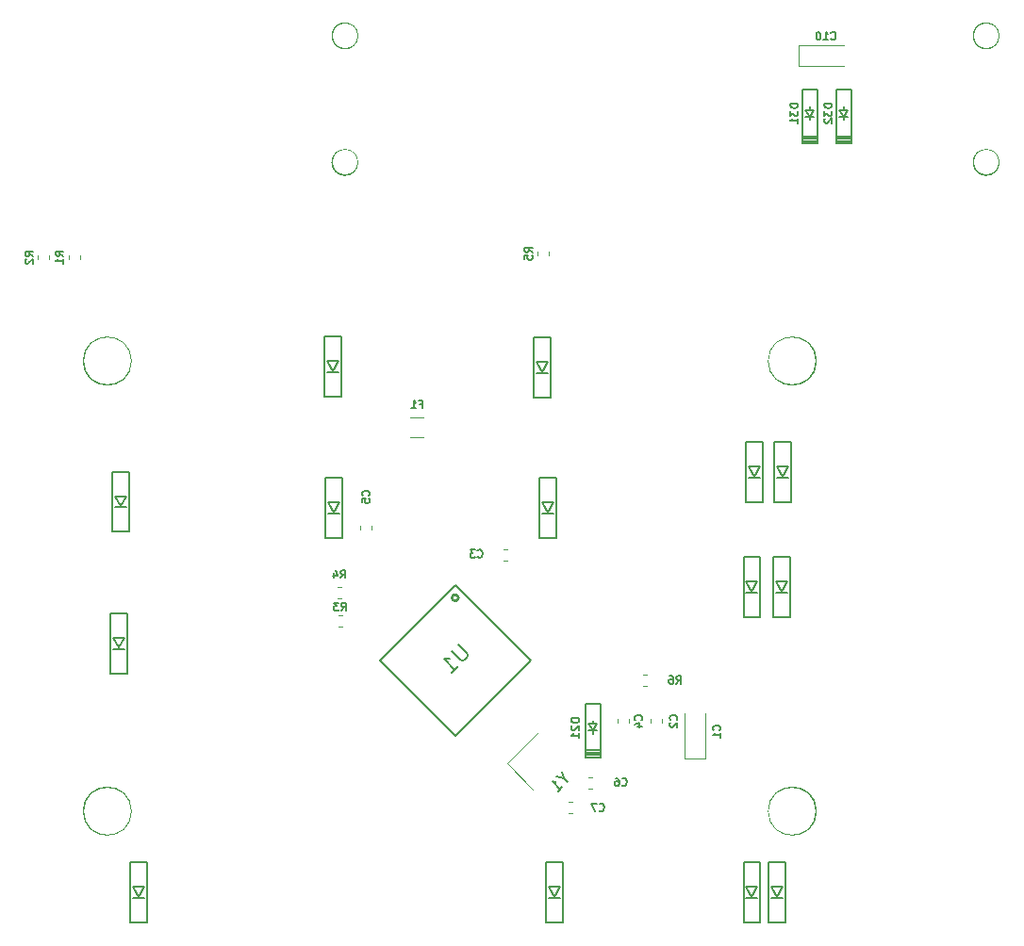
<source format=gbo>
G04 #@! TF.GenerationSoftware,KiCad,Pcbnew,(5.1.4-0-10_14)*
G04 #@! TF.CreationDate,2019-10-30T04:12:12+09:00*
G04 #@! TF.ProjectId,nilgiri,6e696c67-6972-4692-9e6b-696361645f70,rev?*
G04 #@! TF.SameCoordinates,Original*
G04 #@! TF.FileFunction,Legend,Bot*
G04 #@! TF.FilePolarity,Positive*
%FSLAX46Y46*%
G04 Gerber Fmt 4.6, Leading zero omitted, Abs format (unit mm)*
G04 Created by KiCad (PCBNEW (5.1.4-0-10_14)) date 2019-10-30 04:12:12*
%MOMM*%
%LPD*%
G04 APERTURE LIST*
%ADD10C,0.400000*%
%ADD11C,0.200000*%
%ADD12C,0.120000*%
%ADD13C,0.254000*%
%ADD14C,0.203200*%
%ADD15C,0.150000*%
%ADD16C,1.902000*%
%ADD17C,2.302000*%
%ADD18C,4.102000*%
%ADD19C,2.002000*%
%ADD20C,1.802000*%
%ADD21C,1.102000*%
%ADD22O,1.002000X2.102000*%
%ADD23O,1.002000X1.802000*%
%ADD24C,0.702000*%
%ADD25C,4.202000*%
%ADD26C,2.202000*%
%ADD27C,1.702200*%
%ADD28R,1.302000X1.302000*%
%ADD29C,0.100000*%
%ADD30C,1.452000*%
%ADD31C,1.626000*%
%ADD32C,1.002000*%
%ADD33C,2.102000*%
%ADD34O,2.102000X1.552000*%
%ADD35O,1.902000X1.252000*%
%ADD36O,0.902000X0.902000*%
%ADD37R,2.102000X3.302000*%
%ADD38R,2.102000X2.102000*%
%ADD39C,1.052000*%
%ADD40C,1.302000*%
%ADD41C,0.900000*%
%ADD42R,1.052000X1.402000*%
%ADD43C,1.499000*%
%ADD44R,1.499000X1.499000*%
%ADD45C,1.527000*%
%ADD46O,1.802000X1.802000*%
%ADD47R,1.802000X1.802000*%
G04 APERTURE END LIST*
D10*
X104870000Y-111302800D02*
G75*
G03X104870000Y-111302800I-2000000J0D01*
G01*
X182784000Y-53020000D02*
G75*
G03X182784000Y-53020000I-1000000J0D01*
G01*
X182784000Y-41640000D02*
G75*
G03X182784000Y-41640000I-1000000J0D01*
G01*
X125206000Y-53020000D02*
G75*
G03X125206000Y-53020000I-1000000J0D01*
G01*
X125206000Y-41640000D02*
G75*
G03X125206000Y-41640000I-1000000J0D01*
G01*
D11*
X166684000Y-51294000D02*
X166684000Y-46494000D01*
X166684000Y-46494000D02*
X165284000Y-46494000D01*
X165284000Y-51294000D02*
X165284000Y-46494000D01*
X166684000Y-50694000D02*
X165284000Y-50694000D01*
X166684000Y-50894000D02*
X165284000Y-50894000D01*
X166684000Y-51094000D02*
X165284000Y-51094000D01*
X166684000Y-51294000D02*
X165284000Y-51294000D01*
X165984000Y-48894000D02*
X166334000Y-48294000D01*
X166334000Y-48294000D02*
X165584000Y-48294000D01*
X165584000Y-48294000D02*
X165984000Y-48894000D01*
X166334000Y-48894000D02*
X165584000Y-48894000D01*
X165984000Y-48894000D02*
X165984000Y-49194000D01*
X165984000Y-48294000D02*
X165984000Y-47994000D01*
D12*
X169000000Y-44385000D02*
X164915000Y-44385000D01*
X164915000Y-44385000D02*
X164915000Y-42515000D01*
X164915000Y-42515000D02*
X169000000Y-42515000D01*
D11*
X169732000Y-51294000D02*
X169732000Y-46494000D01*
X169732000Y-46494000D02*
X168332000Y-46494000D01*
X168332000Y-51294000D02*
X168332000Y-46494000D01*
X169732000Y-50694000D02*
X168332000Y-50694000D01*
X169732000Y-50894000D02*
X168332000Y-50894000D01*
X169732000Y-51094000D02*
X168332000Y-51094000D01*
X169732000Y-51294000D02*
X168332000Y-51294000D01*
X169032000Y-48894000D02*
X169382000Y-48294000D01*
X169382000Y-48294000D02*
X168632000Y-48294000D01*
X168632000Y-48294000D02*
X169032000Y-48894000D01*
X169382000Y-48894000D02*
X168632000Y-48894000D01*
X169032000Y-48894000D02*
X169032000Y-49194000D01*
X169032000Y-48294000D02*
X169032000Y-47994000D01*
D10*
X166388800Y-111302800D02*
G75*
G03X166388800Y-111302800I-2000000J0D01*
G01*
X166388800Y-70866000D02*
G75*
G03X166388800Y-70866000I-2000000J0D01*
G01*
X104870000Y-70866000D02*
G75*
G03X104870000Y-70866000I-2000000J0D01*
G01*
D12*
X138796267Y-88810000D02*
X138453733Y-88810000D01*
X138796267Y-87790000D02*
X138453733Y-87790000D01*
X141476000Y-61385267D02*
X141476000Y-61042733D01*
X142496000Y-61385267D02*
X142496000Y-61042733D01*
X123932767Y-94744000D02*
X123590233Y-94744000D01*
X123932767Y-93724000D02*
X123590233Y-93724000D01*
X138769060Y-106997487D02*
X141597487Y-104169060D01*
X141102513Y-109330940D02*
X138769060Y-106997487D01*
X146028733Y-108265000D02*
X146371267Y-108265000D01*
X146028733Y-109285000D02*
X146371267Y-109285000D01*
D13*
X134394700Y-92133146D02*
G75*
G03X134394700Y-92133146I-282700J0D01*
G01*
D14*
X140900225Y-97790000D02*
X134112000Y-91001775D01*
X134112000Y-104578225D02*
X140900225Y-97790000D01*
X127323775Y-97790000D02*
X134112000Y-104578225D01*
X134112000Y-91001775D02*
X127323775Y-97790000D01*
D12*
X100408200Y-61372933D02*
X100408200Y-61715467D01*
X99388200Y-61372933D02*
X99388200Y-61715467D01*
D15*
X122350000Y-68650000D02*
X123850000Y-68650000D01*
X122350000Y-74050000D02*
X122350000Y-68650000D01*
X123850000Y-74050000D02*
X122350000Y-74050000D01*
X123850000Y-68650000D02*
X123850000Y-74050000D01*
X123600000Y-71850000D02*
X122600000Y-71850000D01*
X122600000Y-70850000D02*
X123100000Y-71750000D01*
X123600000Y-70850000D02*
X122600000Y-70850000D01*
X123100000Y-71750000D02*
X123600000Y-70850000D01*
D12*
X144596267Y-111460000D02*
X144253733Y-111460000D01*
X144596267Y-110440000D02*
X144253733Y-110440000D01*
D15*
X162250000Y-115925000D02*
X163750000Y-115925000D01*
X162250000Y-121325000D02*
X162250000Y-115925000D01*
X163750000Y-121325000D02*
X162250000Y-121325000D01*
X163750000Y-115925000D02*
X163750000Y-121325000D01*
X163500000Y-119125000D02*
X162500000Y-119125000D01*
X162500000Y-118125000D02*
X163000000Y-119025000D01*
X163500000Y-118125000D02*
X162500000Y-118125000D01*
X163000000Y-119025000D02*
X163500000Y-118125000D01*
X160000000Y-88450000D02*
X161500000Y-88450000D01*
X160000000Y-93850000D02*
X160000000Y-88450000D01*
X161500000Y-93850000D02*
X160000000Y-93850000D01*
X161500000Y-88450000D02*
X161500000Y-93850000D01*
X161250000Y-91650000D02*
X160250000Y-91650000D01*
X160250000Y-90650000D02*
X160750000Y-91550000D01*
X161250000Y-90650000D02*
X160250000Y-90650000D01*
X160750000Y-91550000D02*
X161250000Y-90650000D01*
X160200000Y-78150000D02*
X161700000Y-78150000D01*
X160200000Y-83550000D02*
X160200000Y-78150000D01*
X161700000Y-83550000D02*
X160200000Y-83550000D01*
X161700000Y-78150000D02*
X161700000Y-83550000D01*
X161450000Y-81350000D02*
X160450000Y-81350000D01*
X160450000Y-80350000D02*
X160950000Y-81250000D01*
X161450000Y-80350000D02*
X160450000Y-80350000D01*
X160950000Y-81250000D02*
X161450000Y-80350000D01*
X160000000Y-115925000D02*
X161500000Y-115925000D01*
X160000000Y-121325000D02*
X160000000Y-115925000D01*
X161500000Y-121325000D02*
X160000000Y-121325000D01*
X161500000Y-115925000D02*
X161500000Y-121325000D01*
X161250000Y-119125000D02*
X160250000Y-119125000D01*
X160250000Y-118125000D02*
X160750000Y-119025000D01*
X161250000Y-118125000D02*
X160250000Y-118125000D01*
X160750000Y-119025000D02*
X161250000Y-118125000D01*
X141650000Y-81375000D02*
X143150000Y-81375000D01*
X141650000Y-86775000D02*
X141650000Y-81375000D01*
X143150000Y-86775000D02*
X141650000Y-86775000D01*
X143150000Y-81375000D02*
X143150000Y-86775000D01*
X142900000Y-84575000D02*
X141900000Y-84575000D01*
X141900000Y-83575000D02*
X142400000Y-84475000D01*
X142900000Y-83575000D02*
X141900000Y-83575000D01*
X142400000Y-84475000D02*
X142900000Y-83575000D01*
X141200000Y-68750000D02*
X142700000Y-68750000D01*
X141200000Y-74150000D02*
X141200000Y-68750000D01*
X142700000Y-74150000D02*
X141200000Y-74150000D01*
X142700000Y-68750000D02*
X142700000Y-74150000D01*
X142450000Y-71950000D02*
X141450000Y-71950000D01*
X141450000Y-70950000D02*
X141950000Y-71850000D01*
X142450000Y-70950000D02*
X141450000Y-70950000D01*
X141950000Y-71850000D02*
X142450000Y-70950000D01*
X162700000Y-88450000D02*
X164200000Y-88450000D01*
X162700000Y-93850000D02*
X162700000Y-88450000D01*
X164200000Y-93850000D02*
X162700000Y-93850000D01*
X164200000Y-88450000D02*
X164200000Y-93850000D01*
X163950000Y-91650000D02*
X162950000Y-91650000D01*
X162950000Y-90650000D02*
X163450000Y-91550000D01*
X163950000Y-90650000D02*
X162950000Y-90650000D01*
X163450000Y-91550000D02*
X163950000Y-90650000D01*
X142252000Y-115925000D02*
X143752000Y-115925000D01*
X142252000Y-121325000D02*
X142252000Y-115925000D01*
X143752000Y-121325000D02*
X142252000Y-121325000D01*
X143752000Y-115925000D02*
X143752000Y-121325000D01*
X143502000Y-119125000D02*
X142502000Y-119125000D01*
X142502000Y-118125000D02*
X143002000Y-119025000D01*
X143502000Y-118125000D02*
X142502000Y-118125000D01*
X143002000Y-119025000D02*
X143502000Y-118125000D01*
X122440000Y-81374000D02*
X123940000Y-81374000D01*
X122440000Y-86774000D02*
X122440000Y-81374000D01*
X123940000Y-86774000D02*
X122440000Y-86774000D01*
X123940000Y-81374000D02*
X123940000Y-86774000D01*
X123690000Y-84574000D02*
X122690000Y-84574000D01*
X122690000Y-83574000D02*
X123190000Y-84474000D01*
X123690000Y-83574000D02*
X122690000Y-83574000D01*
X123190000Y-84474000D02*
X123690000Y-83574000D01*
X162750000Y-78150000D02*
X164250000Y-78150000D01*
X162750000Y-83550000D02*
X162750000Y-78150000D01*
X164250000Y-83550000D02*
X162750000Y-83550000D01*
X164250000Y-78150000D02*
X164250000Y-83550000D01*
X164000000Y-81350000D02*
X163000000Y-81350000D01*
X163000000Y-80350000D02*
X163500000Y-81250000D01*
X164000000Y-80350000D02*
X163000000Y-80350000D01*
X163500000Y-81250000D02*
X164000000Y-80350000D01*
X104914000Y-115925000D02*
X106414000Y-115925000D01*
X104914000Y-121325000D02*
X104914000Y-115925000D01*
X106414000Y-121325000D02*
X104914000Y-121325000D01*
X106414000Y-115925000D02*
X106414000Y-121325000D01*
X106164000Y-119125000D02*
X105164000Y-119125000D01*
X105164000Y-118125000D02*
X105664000Y-119025000D01*
X106164000Y-118125000D02*
X105164000Y-118125000D01*
X105664000Y-119025000D02*
X106164000Y-118125000D01*
X103150000Y-93525000D02*
X104650000Y-93525000D01*
X103150000Y-98925000D02*
X103150000Y-93525000D01*
X104650000Y-98925000D02*
X103150000Y-98925000D01*
X104650000Y-93525000D02*
X104650000Y-98925000D01*
X104400000Y-96725000D02*
X103400000Y-96725000D01*
X103400000Y-95725000D02*
X103900000Y-96625000D01*
X104400000Y-95725000D02*
X103400000Y-95725000D01*
X103900000Y-96625000D02*
X104400000Y-95725000D01*
X103300000Y-80800000D02*
X104800000Y-80800000D01*
X103300000Y-86200000D02*
X103300000Y-80800000D01*
X104800000Y-86200000D02*
X103300000Y-86200000D01*
X104800000Y-80800000D02*
X104800000Y-86200000D01*
X104550000Y-84000000D02*
X103550000Y-84000000D01*
X103550000Y-83000000D02*
X104050000Y-83900000D01*
X104550000Y-83000000D02*
X103550000Y-83000000D01*
X104050000Y-83900000D02*
X104550000Y-83000000D01*
D12*
X131285064Y-77745000D02*
X130080936Y-77745000D01*
X131285064Y-75925000D02*
X130080936Y-75925000D01*
X149735000Y-103044233D02*
X149735000Y-103386767D01*
X148715000Y-103044233D02*
X148715000Y-103386767D01*
X152686000Y-103044233D02*
X152686000Y-103386767D01*
X151666000Y-103044233D02*
X151666000Y-103386767D01*
X154731500Y-106570500D02*
X154731500Y-102485500D01*
X156601500Y-106570500D02*
X154731500Y-106570500D01*
X156601500Y-102485500D02*
X156601500Y-106570500D01*
X125540000Y-86021267D02*
X125540000Y-85678733D01*
X126560000Y-86021267D02*
X126560000Y-85678733D01*
X123871267Y-92160000D02*
X123528733Y-92160000D01*
X123871267Y-91140000D02*
X123528733Y-91140000D01*
X97665000Y-61372933D02*
X97665000Y-61715467D01*
X96645000Y-61372933D02*
X96645000Y-61715467D01*
X151321267Y-100060000D02*
X150978733Y-100060000D01*
X151321267Y-99040000D02*
X150978733Y-99040000D01*
D11*
X146500000Y-103450000D02*
X146500000Y-103150000D01*
X146500000Y-104050000D02*
X146500000Y-104350000D01*
X146850000Y-104050000D02*
X146100000Y-104050000D01*
X146100000Y-103450000D02*
X146500000Y-104050000D01*
X146850000Y-103450000D02*
X146100000Y-103450000D01*
X146500000Y-104050000D02*
X146850000Y-103450000D01*
X147200000Y-106450000D02*
X145800000Y-106450000D01*
X147200000Y-106250000D02*
X145800000Y-106250000D01*
X147200000Y-106050000D02*
X145800000Y-106050000D01*
X147200000Y-105850000D02*
X145800000Y-105850000D01*
X145800000Y-106450000D02*
X145800000Y-101650000D01*
X147200000Y-101650000D02*
X145800000Y-101650000D01*
X147200000Y-106450000D02*
X147200000Y-101650000D01*
D15*
X164900666Y-47744000D02*
X164200666Y-47744000D01*
X164200666Y-47910666D01*
X164234000Y-48010666D01*
X164300666Y-48077333D01*
X164367333Y-48110666D01*
X164500666Y-48144000D01*
X164600666Y-48144000D01*
X164734000Y-48110666D01*
X164800666Y-48077333D01*
X164867333Y-48010666D01*
X164900666Y-47910666D01*
X164900666Y-47744000D01*
X164200666Y-48377333D02*
X164200666Y-48810666D01*
X164467333Y-48577333D01*
X164467333Y-48677333D01*
X164500666Y-48744000D01*
X164534000Y-48777333D01*
X164600666Y-48810666D01*
X164767333Y-48810666D01*
X164834000Y-48777333D01*
X164867333Y-48744000D01*
X164900666Y-48677333D01*
X164900666Y-48477333D01*
X164867333Y-48410666D01*
X164834000Y-48377333D01*
X164900666Y-49477333D02*
X164900666Y-49077333D01*
X164900666Y-49277333D02*
X164200666Y-49277333D01*
X164300666Y-49210666D01*
X164367333Y-49144000D01*
X164400666Y-49077333D01*
X167850000Y-41922000D02*
X167883333Y-41955333D01*
X167983333Y-41988666D01*
X168050000Y-41988666D01*
X168150000Y-41955333D01*
X168216666Y-41888666D01*
X168250000Y-41822000D01*
X168283333Y-41688666D01*
X168283333Y-41588666D01*
X168250000Y-41455333D01*
X168216666Y-41388666D01*
X168150000Y-41322000D01*
X168050000Y-41288666D01*
X167983333Y-41288666D01*
X167883333Y-41322000D01*
X167850000Y-41355333D01*
X167183333Y-41988666D02*
X167583333Y-41988666D01*
X167383333Y-41988666D02*
X167383333Y-41288666D01*
X167450000Y-41388666D01*
X167516666Y-41455333D01*
X167583333Y-41488666D01*
X166750000Y-41288666D02*
X166683333Y-41288666D01*
X166616666Y-41322000D01*
X166583333Y-41355333D01*
X166550000Y-41422000D01*
X166516666Y-41555333D01*
X166516666Y-41722000D01*
X166550000Y-41855333D01*
X166583333Y-41922000D01*
X166616666Y-41955333D01*
X166683333Y-41988666D01*
X166750000Y-41988666D01*
X166816666Y-41955333D01*
X166850000Y-41922000D01*
X166883333Y-41855333D01*
X166916666Y-41722000D01*
X166916666Y-41555333D01*
X166883333Y-41422000D01*
X166850000Y-41355333D01*
X166816666Y-41322000D01*
X166750000Y-41288666D01*
X167948666Y-47744000D02*
X167248666Y-47744000D01*
X167248666Y-47910666D01*
X167282000Y-48010666D01*
X167348666Y-48077333D01*
X167415333Y-48110666D01*
X167548666Y-48144000D01*
X167648666Y-48144000D01*
X167782000Y-48110666D01*
X167848666Y-48077333D01*
X167915333Y-48010666D01*
X167948666Y-47910666D01*
X167948666Y-47744000D01*
X167248666Y-48377333D02*
X167248666Y-48810666D01*
X167515333Y-48577333D01*
X167515333Y-48677333D01*
X167548666Y-48744000D01*
X167582000Y-48777333D01*
X167648666Y-48810666D01*
X167815333Y-48810666D01*
X167882000Y-48777333D01*
X167915333Y-48744000D01*
X167948666Y-48677333D01*
X167948666Y-48477333D01*
X167915333Y-48410666D01*
X167882000Y-48377333D01*
X167315333Y-49077333D02*
X167282000Y-49110666D01*
X167248666Y-49177333D01*
X167248666Y-49344000D01*
X167282000Y-49410666D01*
X167315333Y-49444000D01*
X167382000Y-49477333D01*
X167448666Y-49477333D01*
X167548666Y-49444000D01*
X167948666Y-49044000D01*
X167948666Y-49477333D01*
X136116666Y-88450000D02*
X136150000Y-88483333D01*
X136250000Y-88516666D01*
X136316666Y-88516666D01*
X136416666Y-88483333D01*
X136483333Y-88416666D01*
X136516666Y-88350000D01*
X136550000Y-88216666D01*
X136550000Y-88116666D01*
X136516666Y-87983333D01*
X136483333Y-87916666D01*
X136416666Y-87850000D01*
X136316666Y-87816666D01*
X136250000Y-87816666D01*
X136150000Y-87850000D01*
X136116666Y-87883333D01*
X135883333Y-87816666D02*
X135450000Y-87816666D01*
X135683333Y-88083333D01*
X135583333Y-88083333D01*
X135516666Y-88116666D01*
X135483333Y-88150000D01*
X135450000Y-88216666D01*
X135450000Y-88383333D01*
X135483333Y-88450000D01*
X135516666Y-88483333D01*
X135583333Y-88516666D01*
X135783333Y-88516666D01*
X135850000Y-88483333D01*
X135883333Y-88450000D01*
X141032666Y-61097333D02*
X140699333Y-60864000D01*
X141032666Y-60697333D02*
X140332666Y-60697333D01*
X140332666Y-60964000D01*
X140366000Y-61030666D01*
X140399333Y-61064000D01*
X140466000Y-61097333D01*
X140566000Y-61097333D01*
X140632666Y-61064000D01*
X140666000Y-61030666D01*
X140699333Y-60964000D01*
X140699333Y-60697333D01*
X140332666Y-61730666D02*
X140332666Y-61397333D01*
X140666000Y-61364000D01*
X140632666Y-61397333D01*
X140599333Y-61464000D01*
X140599333Y-61630666D01*
X140632666Y-61697333D01*
X140666000Y-61730666D01*
X140732666Y-61764000D01*
X140899333Y-61764000D01*
X140966000Y-61730666D01*
X140999333Y-61697333D01*
X141032666Y-61630666D01*
X141032666Y-61464000D01*
X140999333Y-61397333D01*
X140966000Y-61364000D01*
X123883166Y-93280666D02*
X124116500Y-92947333D01*
X124283166Y-93280666D02*
X124283166Y-92580666D01*
X124016500Y-92580666D01*
X123949833Y-92614000D01*
X123916500Y-92647333D01*
X123883166Y-92714000D01*
X123883166Y-92814000D01*
X123916500Y-92880666D01*
X123949833Y-92914000D01*
X124016500Y-92947333D01*
X124283166Y-92947333D01*
X123649833Y-92580666D02*
X123216500Y-92580666D01*
X123449833Y-92847333D01*
X123349833Y-92847333D01*
X123283166Y-92880666D01*
X123249833Y-92914000D01*
X123216500Y-92980666D01*
X123216500Y-93147333D01*
X123249833Y-93214000D01*
X123283166Y-93247333D01*
X123349833Y-93280666D01*
X123549833Y-93280666D01*
X123616500Y-93247333D01*
X123649833Y-93214000D01*
X143829881Y-108358446D02*
X144166599Y-108695164D01*
X143695194Y-107752355D02*
X143829881Y-108358446D01*
X143223790Y-108223759D01*
X143324805Y-109536957D02*
X143728866Y-109132896D01*
X143526835Y-109334927D02*
X142819729Y-108627820D01*
X142988087Y-108661492D01*
X143122774Y-108661492D01*
X143223790Y-108627820D01*
X149087666Y-108962000D02*
X149121000Y-108995333D01*
X149221000Y-109028666D01*
X149287666Y-109028666D01*
X149387666Y-108995333D01*
X149454333Y-108928666D01*
X149487666Y-108862000D01*
X149521000Y-108728666D01*
X149521000Y-108628666D01*
X149487666Y-108495333D01*
X149454333Y-108428666D01*
X149387666Y-108362000D01*
X149287666Y-108328666D01*
X149221000Y-108328666D01*
X149121000Y-108362000D01*
X149087666Y-108395333D01*
X148487666Y-108328666D02*
X148621000Y-108328666D01*
X148687666Y-108362000D01*
X148721000Y-108395333D01*
X148787666Y-108495333D01*
X148821000Y-108628666D01*
X148821000Y-108895333D01*
X148787666Y-108962000D01*
X148754333Y-108995333D01*
X148687666Y-109028666D01*
X148554333Y-109028666D01*
X148487666Y-108995333D01*
X148454333Y-108962000D01*
X148421000Y-108895333D01*
X148421000Y-108728666D01*
X148454333Y-108662000D01*
X148487666Y-108628666D01*
X148554333Y-108595333D01*
X148687666Y-108595333D01*
X148754333Y-108628666D01*
X148787666Y-108662000D01*
X148821000Y-108728666D01*
D11*
X134359487Y-96316860D02*
X135160874Y-97118248D01*
X135208015Y-97259669D01*
X135208015Y-97353950D01*
X135160874Y-97495371D01*
X134972312Y-97683933D01*
X134830891Y-97731074D01*
X134736610Y-97731074D01*
X134595189Y-97683933D01*
X133793801Y-96882545D01*
X133793801Y-98862444D02*
X134359487Y-98296759D01*
X134076644Y-98579602D02*
X133086694Y-97589652D01*
X133322397Y-97636793D01*
X133510958Y-97636793D01*
X133652380Y-97589652D01*
D15*
X98944866Y-61427533D02*
X98611533Y-61194200D01*
X98944866Y-61027533D02*
X98244866Y-61027533D01*
X98244866Y-61294200D01*
X98278200Y-61360866D01*
X98311533Y-61394200D01*
X98378200Y-61427533D01*
X98478200Y-61427533D01*
X98544866Y-61394200D01*
X98578200Y-61360866D01*
X98611533Y-61294200D01*
X98611533Y-61027533D01*
X98944866Y-62094200D02*
X98944866Y-61694200D01*
X98944866Y-61894200D02*
X98244866Y-61894200D01*
X98344866Y-61827533D01*
X98411533Y-61760866D01*
X98444866Y-61694200D01*
X147055666Y-111248000D02*
X147089000Y-111281333D01*
X147189000Y-111314666D01*
X147255666Y-111314666D01*
X147355666Y-111281333D01*
X147422333Y-111214666D01*
X147455666Y-111148000D01*
X147489000Y-111014666D01*
X147489000Y-110914666D01*
X147455666Y-110781333D01*
X147422333Y-110714666D01*
X147355666Y-110648000D01*
X147255666Y-110614666D01*
X147189000Y-110614666D01*
X147089000Y-110648000D01*
X147055666Y-110681333D01*
X146822333Y-110614666D02*
X146355666Y-110614666D01*
X146655666Y-111314666D01*
X130916333Y-74753000D02*
X131149666Y-74753000D01*
X131149666Y-75119666D02*
X131149666Y-74419666D01*
X130816333Y-74419666D01*
X130183000Y-75119666D02*
X130583000Y-75119666D01*
X130383000Y-75119666D02*
X130383000Y-74419666D01*
X130449666Y-74519666D01*
X130516333Y-74586333D01*
X130583000Y-74619666D01*
X150847000Y-103098833D02*
X150880333Y-103065500D01*
X150913666Y-102965500D01*
X150913666Y-102898833D01*
X150880333Y-102798833D01*
X150813666Y-102732166D01*
X150747000Y-102698833D01*
X150613666Y-102665500D01*
X150513666Y-102665500D01*
X150380333Y-102698833D01*
X150313666Y-102732166D01*
X150247000Y-102798833D01*
X150213666Y-102898833D01*
X150213666Y-102965500D01*
X150247000Y-103065500D01*
X150280333Y-103098833D01*
X150447000Y-103698833D02*
X150913666Y-103698833D01*
X150180333Y-103532166D02*
X150680333Y-103365500D01*
X150680333Y-103798833D01*
X154000000Y-103098833D02*
X154033333Y-103065500D01*
X154066666Y-102965500D01*
X154066666Y-102898833D01*
X154033333Y-102798833D01*
X153966666Y-102732166D01*
X153900000Y-102698833D01*
X153766666Y-102665500D01*
X153666666Y-102665500D01*
X153533333Y-102698833D01*
X153466666Y-102732166D01*
X153400000Y-102798833D01*
X153366666Y-102898833D01*
X153366666Y-102965500D01*
X153400000Y-103065500D01*
X153433333Y-103098833D01*
X153433333Y-103365500D02*
X153400000Y-103398833D01*
X153366666Y-103465500D01*
X153366666Y-103632166D01*
X153400000Y-103698833D01*
X153433333Y-103732166D01*
X153500000Y-103765500D01*
X153566666Y-103765500D01*
X153666666Y-103732166D01*
X154066666Y-103332166D01*
X154066666Y-103765500D01*
X157857000Y-104023333D02*
X157890333Y-103990000D01*
X157923666Y-103890000D01*
X157923666Y-103823333D01*
X157890333Y-103723333D01*
X157823666Y-103656666D01*
X157757000Y-103623333D01*
X157623666Y-103590000D01*
X157523666Y-103590000D01*
X157390333Y-103623333D01*
X157323666Y-103656666D01*
X157257000Y-103723333D01*
X157223666Y-103823333D01*
X157223666Y-103890000D01*
X157257000Y-103990000D01*
X157290333Y-104023333D01*
X157923666Y-104690000D02*
X157923666Y-104290000D01*
X157923666Y-104490000D02*
X157223666Y-104490000D01*
X157323666Y-104423333D01*
X157390333Y-104356666D01*
X157423666Y-104290000D01*
X126361000Y-82941333D02*
X126394333Y-82908000D01*
X126427666Y-82808000D01*
X126427666Y-82741333D01*
X126394333Y-82641333D01*
X126327666Y-82574666D01*
X126261000Y-82541333D01*
X126127666Y-82508000D01*
X126027666Y-82508000D01*
X125894333Y-82541333D01*
X125827666Y-82574666D01*
X125761000Y-82641333D01*
X125727666Y-82741333D01*
X125727666Y-82808000D01*
X125761000Y-82908000D01*
X125794333Y-82941333D01*
X125727666Y-83574666D02*
X125727666Y-83241333D01*
X126061000Y-83208000D01*
X126027666Y-83241333D01*
X125994333Y-83308000D01*
X125994333Y-83474666D01*
X126027666Y-83541333D01*
X126061000Y-83574666D01*
X126127666Y-83608000D01*
X126294333Y-83608000D01*
X126361000Y-83574666D01*
X126394333Y-83541333D01*
X126427666Y-83474666D01*
X126427666Y-83308000D01*
X126394333Y-83241333D01*
X126361000Y-83208000D01*
X123816666Y-90359666D02*
X124050000Y-90026333D01*
X124216666Y-90359666D02*
X124216666Y-89659666D01*
X123950000Y-89659666D01*
X123883333Y-89693000D01*
X123850000Y-89726333D01*
X123816666Y-89793000D01*
X123816666Y-89893000D01*
X123850000Y-89959666D01*
X123883333Y-89993000D01*
X123950000Y-90026333D01*
X124216666Y-90026333D01*
X123216666Y-89893000D02*
X123216666Y-90359666D01*
X123383333Y-89626333D02*
X123550000Y-90126333D01*
X123116666Y-90126333D01*
X96201666Y-61427533D02*
X95868333Y-61194200D01*
X96201666Y-61027533D02*
X95501666Y-61027533D01*
X95501666Y-61294200D01*
X95535000Y-61360866D01*
X95568333Y-61394200D01*
X95635000Y-61427533D01*
X95735000Y-61427533D01*
X95801666Y-61394200D01*
X95835000Y-61360866D01*
X95868333Y-61294200D01*
X95868333Y-61027533D01*
X95568333Y-61694200D02*
X95535000Y-61727533D01*
X95501666Y-61794200D01*
X95501666Y-61960866D01*
X95535000Y-62027533D01*
X95568333Y-62060866D01*
X95635000Y-62094200D01*
X95701666Y-62094200D01*
X95801666Y-62060866D01*
X96201666Y-61660866D01*
X96201666Y-62094200D01*
X153966666Y-99866666D02*
X154200000Y-99533333D01*
X154366666Y-99866666D02*
X154366666Y-99166666D01*
X154100000Y-99166666D01*
X154033333Y-99200000D01*
X154000000Y-99233333D01*
X153966666Y-99300000D01*
X153966666Y-99400000D01*
X154000000Y-99466666D01*
X154033333Y-99500000D01*
X154100000Y-99533333D01*
X154366666Y-99533333D01*
X153366666Y-99166666D02*
X153500000Y-99166666D01*
X153566666Y-99200000D01*
X153600000Y-99233333D01*
X153666666Y-99333333D01*
X153700000Y-99466666D01*
X153700000Y-99733333D01*
X153666666Y-99800000D01*
X153633333Y-99833333D01*
X153566666Y-99866666D01*
X153433333Y-99866666D01*
X153366666Y-99833333D01*
X153333333Y-99800000D01*
X153300000Y-99733333D01*
X153300000Y-99566666D01*
X153333333Y-99500000D01*
X153366666Y-99466666D01*
X153433333Y-99433333D01*
X153566666Y-99433333D01*
X153633333Y-99466666D01*
X153666666Y-99500000D01*
X153700000Y-99566666D01*
X145223666Y-102975000D02*
X144523666Y-102975000D01*
X144523666Y-103141666D01*
X144557000Y-103241666D01*
X144623666Y-103308333D01*
X144690333Y-103341666D01*
X144823666Y-103375000D01*
X144923666Y-103375000D01*
X145057000Y-103341666D01*
X145123666Y-103308333D01*
X145190333Y-103241666D01*
X145223666Y-103141666D01*
X145223666Y-102975000D01*
X144590333Y-103641666D02*
X144557000Y-103675000D01*
X144523666Y-103741666D01*
X144523666Y-103908333D01*
X144557000Y-103975000D01*
X144590333Y-104008333D01*
X144657000Y-104041666D01*
X144723666Y-104041666D01*
X144823666Y-104008333D01*
X145223666Y-103608333D01*
X145223666Y-104041666D01*
X145223666Y-104708333D02*
X145223666Y-104308333D01*
X145223666Y-104508333D02*
X144523666Y-104508333D01*
X144623666Y-104441666D01*
X144690333Y-104375000D01*
X144723666Y-104308333D01*
%LPC*%
D16*
X150353800Y-48300000D03*
X150353800Y-45700000D03*
X127700000Y-46950000D03*
X156146200Y-45700000D03*
X156146200Y-48300000D03*
X178800000Y-47050000D03*
D17*
X119900000Y-68200000D03*
D18*
X114800000Y-72100000D03*
D19*
X109300000Y-72100000D03*
X120300000Y-72100000D03*
D17*
X114800000Y-66200000D03*
X117340000Y-67020000D03*
X110990000Y-69560000D03*
D20*
X119880000Y-72100000D03*
X109720000Y-72100000D03*
D21*
X120020000Y-76300000D03*
X109580000Y-76300000D03*
D22*
X102922800Y-64795000D03*
X94282800Y-64795000D03*
D23*
X102922800Y-60625000D03*
X94282800Y-60625000D03*
D24*
X95712800Y-64315000D03*
X101492800Y-64315000D03*
D25*
X102870000Y-111302800D03*
D26*
X181784000Y-53020000D03*
X181784000Y-41640000D03*
X124206000Y-53020000D03*
X124206000Y-41640000D03*
D17*
X119850000Y-87100000D03*
D18*
X114750000Y-91000000D03*
D19*
X109250000Y-91000000D03*
X120250000Y-91000000D03*
D17*
X114750000Y-85100000D03*
X117290000Y-85920000D03*
X110940000Y-88460000D03*
D20*
X119830000Y-91000000D03*
X109670000Y-91000000D03*
D21*
X119970000Y-95200000D03*
X109530000Y-95200000D03*
D27*
X89150000Y-39750000D03*
X89050000Y-54950000D03*
D28*
X165984000Y-47194000D03*
X165984000Y-49994000D03*
D29*
G36*
X166558468Y-42725295D02*
G01*
X166584569Y-42729167D01*
X166610166Y-42735578D01*
X166635011Y-42744468D01*
X166658865Y-42755750D01*
X166681498Y-42769316D01*
X166702693Y-42785035D01*
X166722245Y-42802755D01*
X166739965Y-42822307D01*
X166755684Y-42843502D01*
X166769250Y-42866135D01*
X166780532Y-42889989D01*
X166789422Y-42914834D01*
X166795833Y-42940431D01*
X166799705Y-42966532D01*
X166801000Y-42992888D01*
X166801000Y-43907112D01*
X166799705Y-43933468D01*
X166795833Y-43959569D01*
X166789422Y-43985166D01*
X166780532Y-44010011D01*
X166769250Y-44033865D01*
X166755684Y-44056498D01*
X166739965Y-44077693D01*
X166722245Y-44097245D01*
X166702693Y-44114965D01*
X166681498Y-44130684D01*
X166658865Y-44144250D01*
X166635011Y-44155532D01*
X166610166Y-44164422D01*
X166584569Y-44170833D01*
X166558468Y-44174705D01*
X166532112Y-44176000D01*
X165392888Y-44176000D01*
X165366532Y-44174705D01*
X165340431Y-44170833D01*
X165314834Y-44164422D01*
X165289989Y-44155532D01*
X165266135Y-44144250D01*
X165243502Y-44130684D01*
X165222307Y-44114965D01*
X165202755Y-44097245D01*
X165185035Y-44077693D01*
X165169316Y-44056498D01*
X165155750Y-44033865D01*
X165144468Y-44010011D01*
X165135578Y-43985166D01*
X165129167Y-43959569D01*
X165125295Y-43933468D01*
X165124000Y-43907112D01*
X165124000Y-42992888D01*
X165125295Y-42966532D01*
X165129167Y-42940431D01*
X165135578Y-42914834D01*
X165144468Y-42889989D01*
X165155750Y-42866135D01*
X165169316Y-42843502D01*
X165185035Y-42822307D01*
X165202755Y-42802755D01*
X165222307Y-42785035D01*
X165243502Y-42769316D01*
X165266135Y-42755750D01*
X165289989Y-42744468D01*
X165314834Y-42735578D01*
X165340431Y-42729167D01*
X165366532Y-42725295D01*
X165392888Y-42724000D01*
X166532112Y-42724000D01*
X166558468Y-42725295D01*
X166558468Y-42725295D01*
G37*
D30*
X165962500Y-43450000D03*
D29*
G36*
X169433468Y-42725295D02*
G01*
X169459569Y-42729167D01*
X169485166Y-42735578D01*
X169510011Y-42744468D01*
X169533865Y-42755750D01*
X169556498Y-42769316D01*
X169577693Y-42785035D01*
X169597245Y-42802755D01*
X169614965Y-42822307D01*
X169630684Y-42843502D01*
X169644250Y-42866135D01*
X169655532Y-42889989D01*
X169664422Y-42914834D01*
X169670833Y-42940431D01*
X169674705Y-42966532D01*
X169676000Y-42992888D01*
X169676000Y-43907112D01*
X169674705Y-43933468D01*
X169670833Y-43959569D01*
X169664422Y-43985166D01*
X169655532Y-44010011D01*
X169644250Y-44033865D01*
X169630684Y-44056498D01*
X169614965Y-44077693D01*
X169597245Y-44097245D01*
X169577693Y-44114965D01*
X169556498Y-44130684D01*
X169533865Y-44144250D01*
X169510011Y-44155532D01*
X169485166Y-44164422D01*
X169459569Y-44170833D01*
X169433468Y-44174705D01*
X169407112Y-44176000D01*
X168267888Y-44176000D01*
X168241532Y-44174705D01*
X168215431Y-44170833D01*
X168189834Y-44164422D01*
X168164989Y-44155532D01*
X168141135Y-44144250D01*
X168118502Y-44130684D01*
X168097307Y-44114965D01*
X168077755Y-44097245D01*
X168060035Y-44077693D01*
X168044316Y-44056498D01*
X168030750Y-44033865D01*
X168019468Y-44010011D01*
X168010578Y-43985166D01*
X168004167Y-43959569D01*
X168000295Y-43933468D01*
X167999000Y-43907112D01*
X167999000Y-42992888D01*
X168000295Y-42966532D01*
X168004167Y-42940431D01*
X168010578Y-42914834D01*
X168019468Y-42889989D01*
X168030750Y-42866135D01*
X168044316Y-42843502D01*
X168060035Y-42822307D01*
X168077755Y-42802755D01*
X168097307Y-42785035D01*
X168118502Y-42769316D01*
X168141135Y-42755750D01*
X168164989Y-42744468D01*
X168189834Y-42735578D01*
X168215431Y-42729167D01*
X168241532Y-42725295D01*
X168267888Y-42724000D01*
X169407112Y-42724000D01*
X169433468Y-42725295D01*
X169433468Y-42725295D01*
G37*
D30*
X168837500Y-43450000D03*
D28*
X169032000Y-47194000D03*
X169032000Y-49994000D03*
D31*
X91572000Y-39738600D03*
X94112000Y-39738600D03*
X96652000Y-39738600D03*
X99192000Y-39738600D03*
X101732000Y-39738600D03*
X104272000Y-39738600D03*
X106812000Y-39738600D03*
X109352000Y-39738600D03*
X111892000Y-39738600D03*
X114432000Y-39738600D03*
X116972000Y-39738600D03*
X119512000Y-39738600D03*
X119512000Y-54958600D03*
X116972000Y-54958600D03*
X114432000Y-54958600D03*
X111892000Y-54958600D03*
X109352000Y-54958600D03*
X106812000Y-54958600D03*
X104272000Y-54958600D03*
X101732000Y-54958600D03*
X99192000Y-54958600D03*
X96652000Y-54958600D03*
X94112000Y-54958600D03*
X91572000Y-54958600D03*
D32*
X151600000Y-38870000D03*
X154600000Y-38870000D03*
D25*
X164388800Y-111302800D03*
X164388800Y-70866000D03*
X102870000Y-70866000D03*
D33*
X105055600Y-60325000D03*
X111555600Y-60325000D03*
D34*
X91791400Y-62873800D03*
X91791400Y-70323800D03*
D35*
X87991400Y-62723800D03*
X87991400Y-70473800D03*
D36*
X90741400Y-64098800D03*
X90741400Y-69098800D03*
D33*
X171900000Y-75600000D03*
X176900000Y-75600000D03*
D37*
X168800000Y-68600000D03*
X180000000Y-68600000D03*
D33*
X171900000Y-61100000D03*
X174400000Y-61100000D03*
D38*
X176900000Y-61100000D03*
D17*
X138850000Y-82150000D03*
D18*
X133750000Y-86050000D03*
D19*
X128250000Y-86050000D03*
X139250000Y-86050000D03*
D17*
X133750000Y-80150000D03*
X136290000Y-80970000D03*
X129940000Y-83510000D03*
D20*
X138830000Y-86050000D03*
X128670000Y-86050000D03*
D21*
X138970000Y-90250000D03*
X128530000Y-90250000D03*
D17*
X157850000Y-91650000D03*
D18*
X152750000Y-95550000D03*
D19*
X147250000Y-95550000D03*
X158250000Y-95550000D03*
D17*
X152750000Y-89650000D03*
X155290000Y-90470000D03*
X148940000Y-93010000D03*
D20*
X157830000Y-95550000D03*
X147670000Y-95550000D03*
D21*
X157970000Y-99750000D03*
X147530000Y-99750000D03*
D29*
G36*
X138088779Y-87775266D02*
G01*
X138114309Y-87779053D01*
X138139345Y-87785325D01*
X138163646Y-87794020D01*
X138186977Y-87805055D01*
X138209115Y-87818323D01*
X138229845Y-87833698D01*
X138248969Y-87851031D01*
X138266302Y-87870155D01*
X138281677Y-87890885D01*
X138294945Y-87913023D01*
X138305980Y-87936354D01*
X138314675Y-87960655D01*
X138320947Y-87985691D01*
X138324734Y-88011221D01*
X138326000Y-88037000D01*
X138326000Y-88563000D01*
X138324734Y-88588779D01*
X138320947Y-88614309D01*
X138314675Y-88639345D01*
X138305980Y-88663646D01*
X138294945Y-88686977D01*
X138281677Y-88709115D01*
X138266302Y-88729845D01*
X138248969Y-88748969D01*
X138229845Y-88766302D01*
X138209115Y-88781677D01*
X138186977Y-88794945D01*
X138163646Y-88805980D01*
X138139345Y-88814675D01*
X138114309Y-88820947D01*
X138088779Y-88824734D01*
X138063000Y-88826000D01*
X137437000Y-88826000D01*
X137411221Y-88824734D01*
X137385691Y-88820947D01*
X137360655Y-88814675D01*
X137336354Y-88805980D01*
X137313023Y-88794945D01*
X137290885Y-88781677D01*
X137270155Y-88766302D01*
X137251031Y-88748969D01*
X137233698Y-88729845D01*
X137218323Y-88709115D01*
X137205055Y-88686977D01*
X137194020Y-88663646D01*
X137185325Y-88639345D01*
X137179053Y-88614309D01*
X137175266Y-88588779D01*
X137174000Y-88563000D01*
X137174000Y-88037000D01*
X137175266Y-88011221D01*
X137179053Y-87985691D01*
X137185325Y-87960655D01*
X137194020Y-87936354D01*
X137205055Y-87913023D01*
X137218323Y-87890885D01*
X137233698Y-87870155D01*
X137251031Y-87851031D01*
X137270155Y-87833698D01*
X137290885Y-87818323D01*
X137313023Y-87805055D01*
X137336354Y-87794020D01*
X137360655Y-87785325D01*
X137385691Y-87779053D01*
X137411221Y-87775266D01*
X137437000Y-87774000D01*
X138063000Y-87774000D01*
X138088779Y-87775266D01*
X138088779Y-87775266D01*
G37*
D39*
X137750000Y-88300000D03*
D29*
G36*
X139838779Y-87775266D02*
G01*
X139864309Y-87779053D01*
X139889345Y-87785325D01*
X139913646Y-87794020D01*
X139936977Y-87805055D01*
X139959115Y-87818323D01*
X139979845Y-87833698D01*
X139998969Y-87851031D01*
X140016302Y-87870155D01*
X140031677Y-87890885D01*
X140044945Y-87913023D01*
X140055980Y-87936354D01*
X140064675Y-87960655D01*
X140070947Y-87985691D01*
X140074734Y-88011221D01*
X140076000Y-88037000D01*
X140076000Y-88563000D01*
X140074734Y-88588779D01*
X140070947Y-88614309D01*
X140064675Y-88639345D01*
X140055980Y-88663646D01*
X140044945Y-88686977D01*
X140031677Y-88709115D01*
X140016302Y-88729845D01*
X139998969Y-88748969D01*
X139979845Y-88766302D01*
X139959115Y-88781677D01*
X139936977Y-88794945D01*
X139913646Y-88805980D01*
X139889345Y-88814675D01*
X139864309Y-88820947D01*
X139838779Y-88824734D01*
X139813000Y-88826000D01*
X139187000Y-88826000D01*
X139161221Y-88824734D01*
X139135691Y-88820947D01*
X139110655Y-88814675D01*
X139086354Y-88805980D01*
X139063023Y-88794945D01*
X139040885Y-88781677D01*
X139020155Y-88766302D01*
X139001031Y-88748969D01*
X138983698Y-88729845D01*
X138968323Y-88709115D01*
X138955055Y-88686977D01*
X138944020Y-88663646D01*
X138935325Y-88639345D01*
X138929053Y-88614309D01*
X138925266Y-88588779D01*
X138924000Y-88563000D01*
X138924000Y-88037000D01*
X138925266Y-88011221D01*
X138929053Y-87985691D01*
X138935325Y-87960655D01*
X138944020Y-87936354D01*
X138955055Y-87913023D01*
X138968323Y-87890885D01*
X138983698Y-87870155D01*
X139001031Y-87851031D01*
X139020155Y-87833698D01*
X139040885Y-87818323D01*
X139063023Y-87805055D01*
X139086354Y-87794020D01*
X139110655Y-87785325D01*
X139135691Y-87779053D01*
X139161221Y-87775266D01*
X139187000Y-87774000D01*
X139813000Y-87774000D01*
X139838779Y-87775266D01*
X139838779Y-87775266D01*
G37*
D39*
X139500000Y-88300000D03*
D29*
G36*
X142274779Y-59764266D02*
G01*
X142300309Y-59768053D01*
X142325345Y-59774325D01*
X142349646Y-59783020D01*
X142372977Y-59794055D01*
X142395115Y-59807323D01*
X142415845Y-59822698D01*
X142434969Y-59840031D01*
X142452302Y-59859155D01*
X142467677Y-59879885D01*
X142480945Y-59902023D01*
X142491980Y-59925354D01*
X142500675Y-59949655D01*
X142506947Y-59974691D01*
X142510734Y-60000221D01*
X142512000Y-60026000D01*
X142512000Y-60652000D01*
X142510734Y-60677779D01*
X142506947Y-60703309D01*
X142500675Y-60728345D01*
X142491980Y-60752646D01*
X142480945Y-60775977D01*
X142467677Y-60798115D01*
X142452302Y-60818845D01*
X142434969Y-60837969D01*
X142415845Y-60855302D01*
X142395115Y-60870677D01*
X142372977Y-60883945D01*
X142349646Y-60894980D01*
X142325345Y-60903675D01*
X142300309Y-60909947D01*
X142274779Y-60913734D01*
X142249000Y-60915000D01*
X141723000Y-60915000D01*
X141697221Y-60913734D01*
X141671691Y-60909947D01*
X141646655Y-60903675D01*
X141622354Y-60894980D01*
X141599023Y-60883945D01*
X141576885Y-60870677D01*
X141556155Y-60855302D01*
X141537031Y-60837969D01*
X141519698Y-60818845D01*
X141504323Y-60798115D01*
X141491055Y-60775977D01*
X141480020Y-60752646D01*
X141471325Y-60728345D01*
X141465053Y-60703309D01*
X141461266Y-60677779D01*
X141460000Y-60652000D01*
X141460000Y-60026000D01*
X141461266Y-60000221D01*
X141465053Y-59974691D01*
X141471325Y-59949655D01*
X141480020Y-59925354D01*
X141491055Y-59902023D01*
X141504323Y-59879885D01*
X141519698Y-59859155D01*
X141537031Y-59840031D01*
X141556155Y-59822698D01*
X141576885Y-59807323D01*
X141599023Y-59794055D01*
X141622354Y-59783020D01*
X141646655Y-59774325D01*
X141671691Y-59768053D01*
X141697221Y-59764266D01*
X141723000Y-59763000D01*
X142249000Y-59763000D01*
X142274779Y-59764266D01*
X142274779Y-59764266D01*
G37*
D39*
X141986000Y-60339000D03*
D29*
G36*
X142274779Y-61514266D02*
G01*
X142300309Y-61518053D01*
X142325345Y-61524325D01*
X142349646Y-61533020D01*
X142372977Y-61544055D01*
X142395115Y-61557323D01*
X142415845Y-61572698D01*
X142434969Y-61590031D01*
X142452302Y-61609155D01*
X142467677Y-61629885D01*
X142480945Y-61652023D01*
X142491980Y-61675354D01*
X142500675Y-61699655D01*
X142506947Y-61724691D01*
X142510734Y-61750221D01*
X142512000Y-61776000D01*
X142512000Y-62402000D01*
X142510734Y-62427779D01*
X142506947Y-62453309D01*
X142500675Y-62478345D01*
X142491980Y-62502646D01*
X142480945Y-62525977D01*
X142467677Y-62548115D01*
X142452302Y-62568845D01*
X142434969Y-62587969D01*
X142415845Y-62605302D01*
X142395115Y-62620677D01*
X142372977Y-62633945D01*
X142349646Y-62644980D01*
X142325345Y-62653675D01*
X142300309Y-62659947D01*
X142274779Y-62663734D01*
X142249000Y-62665000D01*
X141723000Y-62665000D01*
X141697221Y-62663734D01*
X141671691Y-62659947D01*
X141646655Y-62653675D01*
X141622354Y-62644980D01*
X141599023Y-62633945D01*
X141576885Y-62620677D01*
X141556155Y-62605302D01*
X141537031Y-62587969D01*
X141519698Y-62568845D01*
X141504323Y-62548115D01*
X141491055Y-62525977D01*
X141480020Y-62502646D01*
X141471325Y-62478345D01*
X141465053Y-62453309D01*
X141461266Y-62427779D01*
X141460000Y-62402000D01*
X141460000Y-61776000D01*
X141461266Y-61750221D01*
X141465053Y-61724691D01*
X141471325Y-61699655D01*
X141480020Y-61675354D01*
X141491055Y-61652023D01*
X141504323Y-61629885D01*
X141519698Y-61609155D01*
X141537031Y-61590031D01*
X141556155Y-61572698D01*
X141576885Y-61557323D01*
X141599023Y-61544055D01*
X141622354Y-61533020D01*
X141646655Y-61524325D01*
X141671691Y-61518053D01*
X141697221Y-61514266D01*
X141723000Y-61513000D01*
X142249000Y-61513000D01*
X142274779Y-61514266D01*
X142274779Y-61514266D01*
G37*
D39*
X141986000Y-62089000D03*
D17*
X138800000Y-63150000D03*
D18*
X133700000Y-67050000D03*
D19*
X128200000Y-67050000D03*
X139200000Y-67050000D03*
D17*
X133700000Y-61150000D03*
X136240000Y-61970000D03*
X129890000Y-64510000D03*
D20*
X138780000Y-67050000D03*
X128620000Y-67050000D03*
D21*
X138920000Y-71250000D03*
X128480000Y-71250000D03*
D17*
X100700000Y-77700000D03*
D18*
X95600000Y-81600000D03*
D19*
X90100000Y-81600000D03*
X101100000Y-81600000D03*
D17*
X95600000Y-75700000D03*
X98140000Y-76520000D03*
X91790000Y-79060000D03*
D20*
X100680000Y-81600000D03*
X90520000Y-81600000D03*
D21*
X100820000Y-85800000D03*
X90380000Y-85800000D03*
D29*
G36*
X123225279Y-93709266D02*
G01*
X123250809Y-93713053D01*
X123275845Y-93719325D01*
X123300146Y-93728020D01*
X123323477Y-93739055D01*
X123345615Y-93752323D01*
X123366345Y-93767698D01*
X123385469Y-93785031D01*
X123402802Y-93804155D01*
X123418177Y-93824885D01*
X123431445Y-93847023D01*
X123442480Y-93870354D01*
X123451175Y-93894655D01*
X123457447Y-93919691D01*
X123461234Y-93945221D01*
X123462500Y-93971000D01*
X123462500Y-94497000D01*
X123461234Y-94522779D01*
X123457447Y-94548309D01*
X123451175Y-94573345D01*
X123442480Y-94597646D01*
X123431445Y-94620977D01*
X123418177Y-94643115D01*
X123402802Y-94663845D01*
X123385469Y-94682969D01*
X123366345Y-94700302D01*
X123345615Y-94715677D01*
X123323477Y-94728945D01*
X123300146Y-94739980D01*
X123275845Y-94748675D01*
X123250809Y-94754947D01*
X123225279Y-94758734D01*
X123199500Y-94760000D01*
X122573500Y-94760000D01*
X122547721Y-94758734D01*
X122522191Y-94754947D01*
X122497155Y-94748675D01*
X122472854Y-94739980D01*
X122449523Y-94728945D01*
X122427385Y-94715677D01*
X122406655Y-94700302D01*
X122387531Y-94682969D01*
X122370198Y-94663845D01*
X122354823Y-94643115D01*
X122341555Y-94620977D01*
X122330520Y-94597646D01*
X122321825Y-94573345D01*
X122315553Y-94548309D01*
X122311766Y-94522779D01*
X122310500Y-94497000D01*
X122310500Y-93971000D01*
X122311766Y-93945221D01*
X122315553Y-93919691D01*
X122321825Y-93894655D01*
X122330520Y-93870354D01*
X122341555Y-93847023D01*
X122354823Y-93824885D01*
X122370198Y-93804155D01*
X122387531Y-93785031D01*
X122406655Y-93767698D01*
X122427385Y-93752323D01*
X122449523Y-93739055D01*
X122472854Y-93728020D01*
X122497155Y-93719325D01*
X122522191Y-93713053D01*
X122547721Y-93709266D01*
X122573500Y-93708000D01*
X123199500Y-93708000D01*
X123225279Y-93709266D01*
X123225279Y-93709266D01*
G37*
D39*
X122886500Y-94234000D03*
D29*
G36*
X124975279Y-93709266D02*
G01*
X125000809Y-93713053D01*
X125025845Y-93719325D01*
X125050146Y-93728020D01*
X125073477Y-93739055D01*
X125095615Y-93752323D01*
X125116345Y-93767698D01*
X125135469Y-93785031D01*
X125152802Y-93804155D01*
X125168177Y-93824885D01*
X125181445Y-93847023D01*
X125192480Y-93870354D01*
X125201175Y-93894655D01*
X125207447Y-93919691D01*
X125211234Y-93945221D01*
X125212500Y-93971000D01*
X125212500Y-94497000D01*
X125211234Y-94522779D01*
X125207447Y-94548309D01*
X125201175Y-94573345D01*
X125192480Y-94597646D01*
X125181445Y-94620977D01*
X125168177Y-94643115D01*
X125152802Y-94663845D01*
X125135469Y-94682969D01*
X125116345Y-94700302D01*
X125095615Y-94715677D01*
X125073477Y-94728945D01*
X125050146Y-94739980D01*
X125025845Y-94748675D01*
X125000809Y-94754947D01*
X124975279Y-94758734D01*
X124949500Y-94760000D01*
X124323500Y-94760000D01*
X124297721Y-94758734D01*
X124272191Y-94754947D01*
X124247155Y-94748675D01*
X124222854Y-94739980D01*
X124199523Y-94728945D01*
X124177385Y-94715677D01*
X124156655Y-94700302D01*
X124137531Y-94682969D01*
X124120198Y-94663845D01*
X124104823Y-94643115D01*
X124091555Y-94620977D01*
X124080520Y-94597646D01*
X124071825Y-94573345D01*
X124065553Y-94548309D01*
X124061766Y-94522779D01*
X124060500Y-94497000D01*
X124060500Y-93971000D01*
X124061766Y-93945221D01*
X124065553Y-93919691D01*
X124071825Y-93894655D01*
X124080520Y-93870354D01*
X124091555Y-93847023D01*
X124104823Y-93824885D01*
X124120198Y-93804155D01*
X124137531Y-93785031D01*
X124156655Y-93767698D01*
X124177385Y-93752323D01*
X124199523Y-93739055D01*
X124222854Y-93728020D01*
X124247155Y-93719325D01*
X124272191Y-93713053D01*
X124297721Y-93709266D01*
X124323500Y-93708000D01*
X124949500Y-93708000D01*
X124975279Y-93709266D01*
X124975279Y-93709266D01*
G37*
D39*
X124636500Y-94234000D03*
D17*
X138850000Y-110800000D03*
D18*
X133750000Y-114700000D03*
D19*
X128250000Y-114700000D03*
X139250000Y-114700000D03*
D17*
X133750000Y-108800000D03*
X136290000Y-109620000D03*
X129940000Y-112160000D03*
D20*
X138830000Y-114700000D03*
X128670000Y-114700000D03*
D21*
X138970000Y-118900000D03*
X128530000Y-118900000D03*
D17*
X157850000Y-110800000D03*
D18*
X152750000Y-114700000D03*
D19*
X147250000Y-114700000D03*
X158250000Y-114700000D03*
D17*
X152750000Y-108800000D03*
X155290000Y-109620000D03*
X148940000Y-112160000D03*
D20*
X157830000Y-114700000D03*
X147670000Y-114700000D03*
D21*
X157970000Y-118900000D03*
X147530000Y-118900000D03*
D17*
X180185616Y-110152866D03*
D18*
X174250000Y-112600000D03*
D19*
X168937408Y-111176495D03*
X179562592Y-114023505D03*
D17*
X175777032Y-106901038D03*
X178018252Y-108350497D03*
X171227223Y-109160448D03*
D20*
X179156903Y-113914801D03*
X169343097Y-111285199D03*
D21*
X178205093Y-118007924D03*
X168120827Y-115305853D03*
D17*
X157850000Y-72650000D03*
D18*
X152750000Y-76550000D03*
D19*
X147250000Y-76550000D03*
X158250000Y-76550000D03*
D17*
X152750000Y-70650000D03*
X155290000Y-71470000D03*
X148940000Y-74010000D03*
D20*
X157830000Y-76550000D03*
X147670000Y-76550000D03*
D21*
X157970000Y-80750000D03*
X147530000Y-80750000D03*
D17*
X119800000Y-110800000D03*
D18*
X114700000Y-114700000D03*
D19*
X109200000Y-114700000D03*
X120200000Y-114700000D03*
D17*
X114700000Y-108800000D03*
X117240000Y-109620000D03*
X110890000Y-112160000D03*
D20*
X119780000Y-114700000D03*
X109620000Y-114700000D03*
D21*
X119920000Y-118900000D03*
X109480000Y-118900000D03*
D17*
X100660000Y-96780000D03*
D18*
X95560000Y-100680000D03*
D19*
X90060000Y-100680000D03*
X101060000Y-100680000D03*
D17*
X95560000Y-94780000D03*
X98100000Y-95600000D03*
X91750000Y-98140000D03*
D20*
X100640000Y-100680000D03*
X90480000Y-100680000D03*
D21*
X100780000Y-104880000D03*
X90340000Y-104880000D03*
D40*
X141173223Y-108128858D03*
D29*
G36*
X141102512Y-109120222D02*
G01*
X140181859Y-108199569D01*
X141243934Y-107137494D01*
X142164587Y-108058147D01*
X141102512Y-109120222D01*
X141102512Y-109120222D01*
G37*
D40*
X142728858Y-106573223D03*
D29*
G36*
X142658147Y-107564587D02*
G01*
X141737494Y-106643934D01*
X142799569Y-105581859D01*
X143720222Y-106502512D01*
X142658147Y-107564587D01*
X142658147Y-107564587D01*
G37*
D40*
X141526777Y-105371142D03*
D29*
G36*
X141456066Y-106362506D02*
G01*
X140535413Y-105441853D01*
X141597488Y-104379778D01*
X142518141Y-105300431D01*
X141456066Y-106362506D01*
X141456066Y-106362506D01*
G37*
D40*
X139971142Y-106926777D03*
D29*
G36*
X139900431Y-107918141D02*
G01*
X138979778Y-106997488D01*
X140041853Y-105935413D01*
X140962506Y-106856066D01*
X139900431Y-107918141D01*
X139900431Y-107918141D01*
G37*
G36*
X147413779Y-108250266D02*
G01*
X147439309Y-108254053D01*
X147464345Y-108260325D01*
X147488646Y-108269020D01*
X147511977Y-108280055D01*
X147534115Y-108293323D01*
X147554845Y-108308698D01*
X147573969Y-108326031D01*
X147591302Y-108345155D01*
X147606677Y-108365885D01*
X147619945Y-108388023D01*
X147630980Y-108411354D01*
X147639675Y-108435655D01*
X147645947Y-108460691D01*
X147649734Y-108486221D01*
X147651000Y-108512000D01*
X147651000Y-109038000D01*
X147649734Y-109063779D01*
X147645947Y-109089309D01*
X147639675Y-109114345D01*
X147630980Y-109138646D01*
X147619945Y-109161977D01*
X147606677Y-109184115D01*
X147591302Y-109204845D01*
X147573969Y-109223969D01*
X147554845Y-109241302D01*
X147534115Y-109256677D01*
X147511977Y-109269945D01*
X147488646Y-109280980D01*
X147464345Y-109289675D01*
X147439309Y-109295947D01*
X147413779Y-109299734D01*
X147388000Y-109301000D01*
X146762000Y-109301000D01*
X146736221Y-109299734D01*
X146710691Y-109295947D01*
X146685655Y-109289675D01*
X146661354Y-109280980D01*
X146638023Y-109269945D01*
X146615885Y-109256677D01*
X146595155Y-109241302D01*
X146576031Y-109223969D01*
X146558698Y-109204845D01*
X146543323Y-109184115D01*
X146530055Y-109161977D01*
X146519020Y-109138646D01*
X146510325Y-109114345D01*
X146504053Y-109089309D01*
X146500266Y-109063779D01*
X146499000Y-109038000D01*
X146499000Y-108512000D01*
X146500266Y-108486221D01*
X146504053Y-108460691D01*
X146510325Y-108435655D01*
X146519020Y-108411354D01*
X146530055Y-108388023D01*
X146543323Y-108365885D01*
X146558698Y-108345155D01*
X146576031Y-108326031D01*
X146595155Y-108308698D01*
X146615885Y-108293323D01*
X146638023Y-108280055D01*
X146661354Y-108269020D01*
X146685655Y-108260325D01*
X146710691Y-108254053D01*
X146736221Y-108250266D01*
X146762000Y-108249000D01*
X147388000Y-108249000D01*
X147413779Y-108250266D01*
X147413779Y-108250266D01*
G37*
D39*
X147075000Y-108775000D03*
D29*
G36*
X145663779Y-108250266D02*
G01*
X145689309Y-108254053D01*
X145714345Y-108260325D01*
X145738646Y-108269020D01*
X145761977Y-108280055D01*
X145784115Y-108293323D01*
X145804845Y-108308698D01*
X145823969Y-108326031D01*
X145841302Y-108345155D01*
X145856677Y-108365885D01*
X145869945Y-108388023D01*
X145880980Y-108411354D01*
X145889675Y-108435655D01*
X145895947Y-108460691D01*
X145899734Y-108486221D01*
X145901000Y-108512000D01*
X145901000Y-109038000D01*
X145899734Y-109063779D01*
X145895947Y-109089309D01*
X145889675Y-109114345D01*
X145880980Y-109138646D01*
X145869945Y-109161977D01*
X145856677Y-109184115D01*
X145841302Y-109204845D01*
X145823969Y-109223969D01*
X145804845Y-109241302D01*
X145784115Y-109256677D01*
X145761977Y-109269945D01*
X145738646Y-109280980D01*
X145714345Y-109289675D01*
X145689309Y-109295947D01*
X145663779Y-109299734D01*
X145638000Y-109301000D01*
X145012000Y-109301000D01*
X144986221Y-109299734D01*
X144960691Y-109295947D01*
X144935655Y-109289675D01*
X144911354Y-109280980D01*
X144888023Y-109269945D01*
X144865885Y-109256677D01*
X144845155Y-109241302D01*
X144826031Y-109223969D01*
X144808698Y-109204845D01*
X144793323Y-109184115D01*
X144780055Y-109161977D01*
X144769020Y-109138646D01*
X144760325Y-109114345D01*
X144754053Y-109089309D01*
X144750266Y-109063779D01*
X144749000Y-109038000D01*
X144749000Y-108512000D01*
X144750266Y-108486221D01*
X144754053Y-108460691D01*
X144760325Y-108435655D01*
X144769020Y-108411354D01*
X144780055Y-108388023D01*
X144793323Y-108365885D01*
X144808698Y-108345155D01*
X144826031Y-108326031D01*
X144845155Y-108308698D01*
X144865885Y-108293323D01*
X144888023Y-108280055D01*
X144911354Y-108269020D01*
X144935655Y-108260325D01*
X144960691Y-108254053D01*
X144986221Y-108250266D01*
X145012000Y-108249000D01*
X145638000Y-108249000D01*
X145663779Y-108250266D01*
X145663779Y-108250266D01*
G37*
D39*
X145325000Y-108775000D03*
D41*
X132768497Y-90789643D03*
D29*
G36*
X132414944Y-89799694D02*
G01*
X133758446Y-91143196D01*
X133122050Y-91779592D01*
X131778548Y-90436090D01*
X132414944Y-89799694D01*
X132414944Y-89799694D01*
G37*
D41*
X132202812Y-91355328D03*
D29*
G36*
X131849259Y-90365379D02*
G01*
X133192761Y-91708881D01*
X132556365Y-92345277D01*
X131212863Y-91001775D01*
X131849259Y-90365379D01*
X131849259Y-90365379D01*
G37*
D41*
X131637126Y-91921014D03*
D29*
G36*
X131283573Y-90931065D02*
G01*
X132627075Y-92274567D01*
X131990679Y-92910963D01*
X130647177Y-91567461D01*
X131283573Y-90931065D01*
X131283573Y-90931065D01*
G37*
D41*
X131071441Y-92486699D03*
D29*
G36*
X130717888Y-91496750D02*
G01*
X132061390Y-92840252D01*
X131424994Y-93476648D01*
X130081492Y-92133146D01*
X130717888Y-91496750D01*
X130717888Y-91496750D01*
G37*
D41*
X130505755Y-93052385D03*
D29*
G36*
X130152202Y-92062436D02*
G01*
X131495704Y-93405938D01*
X130859308Y-94042334D01*
X129515806Y-92698832D01*
X130152202Y-92062436D01*
X130152202Y-92062436D01*
G37*
D41*
X129940070Y-93618070D03*
D29*
G36*
X129586517Y-92628121D02*
G01*
X130930019Y-93971623D01*
X130293623Y-94608019D01*
X128950121Y-93264517D01*
X129586517Y-92628121D01*
X129586517Y-92628121D01*
G37*
D41*
X129374385Y-94183755D03*
D29*
G36*
X129020832Y-93193806D02*
G01*
X130364334Y-94537308D01*
X129727938Y-95173704D01*
X128384436Y-93830202D01*
X129020832Y-93193806D01*
X129020832Y-93193806D01*
G37*
D41*
X128808699Y-94749441D03*
D29*
G36*
X128455146Y-93759492D02*
G01*
X129798648Y-95102994D01*
X129162252Y-95739390D01*
X127818750Y-94395888D01*
X128455146Y-93759492D01*
X128455146Y-93759492D01*
G37*
D41*
X128243014Y-95315126D03*
D29*
G36*
X127889461Y-94325177D02*
G01*
X129232963Y-95668679D01*
X128596567Y-96305075D01*
X127253065Y-94961573D01*
X127889461Y-94325177D01*
X127889461Y-94325177D01*
G37*
D41*
X127677328Y-95880812D03*
D29*
G36*
X127323775Y-94890863D02*
G01*
X128667277Y-96234365D01*
X128030881Y-96870761D01*
X126687379Y-95527259D01*
X127323775Y-94890863D01*
X127323775Y-94890863D01*
G37*
D41*
X127111643Y-96446497D03*
D29*
G36*
X126758090Y-95456548D02*
G01*
X128101592Y-96800050D01*
X127465196Y-97436446D01*
X126121694Y-96092944D01*
X126758090Y-95456548D01*
X126758090Y-95456548D01*
G37*
D41*
X127111643Y-99133503D03*
D29*
G36*
X127465196Y-98143554D02*
G01*
X128101592Y-98779950D01*
X126758090Y-100123452D01*
X126121694Y-99487056D01*
X127465196Y-98143554D01*
X127465196Y-98143554D01*
G37*
D41*
X127677328Y-99699188D03*
D29*
G36*
X128030881Y-98709239D02*
G01*
X128667277Y-99345635D01*
X127323775Y-100689137D01*
X126687379Y-100052741D01*
X128030881Y-98709239D01*
X128030881Y-98709239D01*
G37*
D41*
X128243014Y-100264874D03*
D29*
G36*
X128596567Y-99274925D02*
G01*
X129232963Y-99911321D01*
X127889461Y-101254823D01*
X127253065Y-100618427D01*
X128596567Y-99274925D01*
X128596567Y-99274925D01*
G37*
D41*
X128808699Y-100830559D03*
D29*
G36*
X129162252Y-99840610D02*
G01*
X129798648Y-100477006D01*
X128455146Y-101820508D01*
X127818750Y-101184112D01*
X129162252Y-99840610D01*
X129162252Y-99840610D01*
G37*
D41*
X129374385Y-101396245D03*
D29*
G36*
X129727938Y-100406296D02*
G01*
X130364334Y-101042692D01*
X129020832Y-102386194D01*
X128384436Y-101749798D01*
X129727938Y-100406296D01*
X129727938Y-100406296D01*
G37*
D41*
X129940070Y-101961930D03*
D29*
G36*
X130293623Y-100971981D02*
G01*
X130930019Y-101608377D01*
X129586517Y-102951879D01*
X128950121Y-102315483D01*
X130293623Y-100971981D01*
X130293623Y-100971981D01*
G37*
D41*
X130505755Y-102527615D03*
D29*
G36*
X130859308Y-101537666D02*
G01*
X131495704Y-102174062D01*
X130152202Y-103517564D01*
X129515806Y-102881168D01*
X130859308Y-101537666D01*
X130859308Y-101537666D01*
G37*
D41*
X131071441Y-103093301D03*
D29*
G36*
X131424994Y-102103352D02*
G01*
X132061390Y-102739748D01*
X130717888Y-104083250D01*
X130081492Y-103446854D01*
X131424994Y-102103352D01*
X131424994Y-102103352D01*
G37*
D41*
X131637126Y-103658986D03*
D29*
G36*
X131990679Y-102669037D02*
G01*
X132627075Y-103305433D01*
X131283573Y-104648935D01*
X130647177Y-104012539D01*
X131990679Y-102669037D01*
X131990679Y-102669037D01*
G37*
D41*
X132202812Y-104224672D03*
D29*
G36*
X132556365Y-103234723D02*
G01*
X133192761Y-103871119D01*
X131849259Y-105214621D01*
X131212863Y-104578225D01*
X132556365Y-103234723D01*
X132556365Y-103234723D01*
G37*
D41*
X132768497Y-104790357D03*
D29*
G36*
X133122050Y-103800408D02*
G01*
X133758446Y-104436804D01*
X132414944Y-105780306D01*
X131778548Y-105143910D01*
X133122050Y-103800408D01*
X133122050Y-103800408D01*
G37*
D41*
X135455503Y-104790357D03*
D29*
G36*
X135101950Y-103800408D02*
G01*
X136445452Y-105143910D01*
X135809056Y-105780306D01*
X134465554Y-104436804D01*
X135101950Y-103800408D01*
X135101950Y-103800408D01*
G37*
D41*
X136021188Y-104224672D03*
D29*
G36*
X135667635Y-103234723D02*
G01*
X137011137Y-104578225D01*
X136374741Y-105214621D01*
X135031239Y-103871119D01*
X135667635Y-103234723D01*
X135667635Y-103234723D01*
G37*
D41*
X136586874Y-103658986D03*
D29*
G36*
X136233321Y-102669037D02*
G01*
X137576823Y-104012539D01*
X136940427Y-104648935D01*
X135596925Y-103305433D01*
X136233321Y-102669037D01*
X136233321Y-102669037D01*
G37*
D41*
X137152559Y-103093301D03*
D29*
G36*
X136799006Y-102103352D02*
G01*
X138142508Y-103446854D01*
X137506112Y-104083250D01*
X136162610Y-102739748D01*
X136799006Y-102103352D01*
X136799006Y-102103352D01*
G37*
D41*
X137718245Y-102527615D03*
D29*
G36*
X137364692Y-101537666D02*
G01*
X138708194Y-102881168D01*
X138071798Y-103517564D01*
X136728296Y-102174062D01*
X137364692Y-101537666D01*
X137364692Y-101537666D01*
G37*
D41*
X138283930Y-101961930D03*
D29*
G36*
X137930377Y-100971981D02*
G01*
X139273879Y-102315483D01*
X138637483Y-102951879D01*
X137293981Y-101608377D01*
X137930377Y-100971981D01*
X137930377Y-100971981D01*
G37*
D41*
X138849615Y-101396245D03*
D29*
G36*
X138496062Y-100406296D02*
G01*
X139839564Y-101749798D01*
X139203168Y-102386194D01*
X137859666Y-101042692D01*
X138496062Y-100406296D01*
X138496062Y-100406296D01*
G37*
D41*
X139415301Y-100830559D03*
D29*
G36*
X139061748Y-99840610D02*
G01*
X140405250Y-101184112D01*
X139768854Y-101820508D01*
X138425352Y-100477006D01*
X139061748Y-99840610D01*
X139061748Y-99840610D01*
G37*
D41*
X139980986Y-100264874D03*
D29*
G36*
X139627433Y-99274925D02*
G01*
X140970935Y-100618427D01*
X140334539Y-101254823D01*
X138991037Y-99911321D01*
X139627433Y-99274925D01*
X139627433Y-99274925D01*
G37*
D41*
X140546672Y-99699188D03*
D29*
G36*
X140193119Y-98709239D02*
G01*
X141536621Y-100052741D01*
X140900225Y-100689137D01*
X139556723Y-99345635D01*
X140193119Y-98709239D01*
X140193119Y-98709239D01*
G37*
D41*
X141112357Y-99133503D03*
D29*
G36*
X140758804Y-98143554D02*
G01*
X142102306Y-99487056D01*
X141465910Y-100123452D01*
X140122408Y-98779950D01*
X140758804Y-98143554D01*
X140758804Y-98143554D01*
G37*
D41*
X141112357Y-96446497D03*
D29*
G36*
X141465910Y-95456548D02*
G01*
X142102306Y-96092944D01*
X140758804Y-97436446D01*
X140122408Y-96800050D01*
X141465910Y-95456548D01*
X141465910Y-95456548D01*
G37*
D41*
X140546672Y-95880812D03*
D29*
G36*
X140900225Y-94890863D02*
G01*
X141536621Y-95527259D01*
X140193119Y-96870761D01*
X139556723Y-96234365D01*
X140900225Y-94890863D01*
X140900225Y-94890863D01*
G37*
D41*
X139980986Y-95315126D03*
D29*
G36*
X140334539Y-94325177D02*
G01*
X140970935Y-94961573D01*
X139627433Y-96305075D01*
X138991037Y-95668679D01*
X140334539Y-94325177D01*
X140334539Y-94325177D01*
G37*
D41*
X139415301Y-94749441D03*
D29*
G36*
X139768854Y-93759492D02*
G01*
X140405250Y-94395888D01*
X139061748Y-95739390D01*
X138425352Y-95102994D01*
X139768854Y-93759492D01*
X139768854Y-93759492D01*
G37*
D41*
X138849615Y-94183755D03*
D29*
G36*
X139203168Y-93193806D02*
G01*
X139839564Y-93830202D01*
X138496062Y-95173704D01*
X137859666Y-94537308D01*
X139203168Y-93193806D01*
X139203168Y-93193806D01*
G37*
D41*
X138283930Y-93618070D03*
D29*
G36*
X138637483Y-92628121D02*
G01*
X139273879Y-93264517D01*
X137930377Y-94608019D01*
X137293981Y-93971623D01*
X138637483Y-92628121D01*
X138637483Y-92628121D01*
G37*
D41*
X137718245Y-93052385D03*
D29*
G36*
X138071798Y-92062436D02*
G01*
X138708194Y-92698832D01*
X137364692Y-94042334D01*
X136728296Y-93405938D01*
X138071798Y-92062436D01*
X138071798Y-92062436D01*
G37*
D41*
X137152559Y-92486699D03*
D29*
G36*
X137506112Y-91496750D02*
G01*
X138142508Y-92133146D01*
X136799006Y-93476648D01*
X136162610Y-92840252D01*
X137506112Y-91496750D01*
X137506112Y-91496750D01*
G37*
D41*
X136586874Y-91921014D03*
D29*
G36*
X136940427Y-90931065D02*
G01*
X137576823Y-91567461D01*
X136233321Y-92910963D01*
X135596925Y-92274567D01*
X136940427Y-90931065D01*
X136940427Y-90931065D01*
G37*
D41*
X136021188Y-91355328D03*
D29*
G36*
X136374741Y-90365379D02*
G01*
X137011137Y-91001775D01*
X135667635Y-92345277D01*
X135031239Y-91708881D01*
X136374741Y-90365379D01*
X136374741Y-90365379D01*
G37*
D41*
X135455503Y-90789643D03*
D29*
G36*
X135809056Y-89799694D02*
G01*
X136445452Y-90436090D01*
X135101950Y-91779592D01*
X134465554Y-91143196D01*
X135809056Y-89799694D01*
X135809056Y-89799694D01*
G37*
G36*
X100186979Y-61844466D02*
G01*
X100212509Y-61848253D01*
X100237545Y-61854525D01*
X100261846Y-61863220D01*
X100285177Y-61874255D01*
X100307315Y-61887523D01*
X100328045Y-61902898D01*
X100347169Y-61920231D01*
X100364502Y-61939355D01*
X100379877Y-61960085D01*
X100393145Y-61982223D01*
X100404180Y-62005554D01*
X100412875Y-62029855D01*
X100419147Y-62054891D01*
X100422934Y-62080421D01*
X100424200Y-62106200D01*
X100424200Y-62732200D01*
X100422934Y-62757979D01*
X100419147Y-62783509D01*
X100412875Y-62808545D01*
X100404180Y-62832846D01*
X100393145Y-62856177D01*
X100379877Y-62878315D01*
X100364502Y-62899045D01*
X100347169Y-62918169D01*
X100328045Y-62935502D01*
X100307315Y-62950877D01*
X100285177Y-62964145D01*
X100261846Y-62975180D01*
X100237545Y-62983875D01*
X100212509Y-62990147D01*
X100186979Y-62993934D01*
X100161200Y-62995200D01*
X99635200Y-62995200D01*
X99609421Y-62993934D01*
X99583891Y-62990147D01*
X99558855Y-62983875D01*
X99534554Y-62975180D01*
X99511223Y-62964145D01*
X99489085Y-62950877D01*
X99468355Y-62935502D01*
X99449231Y-62918169D01*
X99431898Y-62899045D01*
X99416523Y-62878315D01*
X99403255Y-62856177D01*
X99392220Y-62832846D01*
X99383525Y-62808545D01*
X99377253Y-62783509D01*
X99373466Y-62757979D01*
X99372200Y-62732200D01*
X99372200Y-62106200D01*
X99373466Y-62080421D01*
X99377253Y-62054891D01*
X99383525Y-62029855D01*
X99392220Y-62005554D01*
X99403255Y-61982223D01*
X99416523Y-61960085D01*
X99431898Y-61939355D01*
X99449231Y-61920231D01*
X99468355Y-61902898D01*
X99489085Y-61887523D01*
X99511223Y-61874255D01*
X99534554Y-61863220D01*
X99558855Y-61854525D01*
X99583891Y-61848253D01*
X99609421Y-61844466D01*
X99635200Y-61843200D01*
X100161200Y-61843200D01*
X100186979Y-61844466D01*
X100186979Y-61844466D01*
G37*
D39*
X99898200Y-62419200D03*
D29*
G36*
X100186979Y-60094466D02*
G01*
X100212509Y-60098253D01*
X100237545Y-60104525D01*
X100261846Y-60113220D01*
X100285177Y-60124255D01*
X100307315Y-60137523D01*
X100328045Y-60152898D01*
X100347169Y-60170231D01*
X100364502Y-60189355D01*
X100379877Y-60210085D01*
X100393145Y-60232223D01*
X100404180Y-60255554D01*
X100412875Y-60279855D01*
X100419147Y-60304891D01*
X100422934Y-60330421D01*
X100424200Y-60356200D01*
X100424200Y-60982200D01*
X100422934Y-61007979D01*
X100419147Y-61033509D01*
X100412875Y-61058545D01*
X100404180Y-61082846D01*
X100393145Y-61106177D01*
X100379877Y-61128315D01*
X100364502Y-61149045D01*
X100347169Y-61168169D01*
X100328045Y-61185502D01*
X100307315Y-61200877D01*
X100285177Y-61214145D01*
X100261846Y-61225180D01*
X100237545Y-61233875D01*
X100212509Y-61240147D01*
X100186979Y-61243934D01*
X100161200Y-61245200D01*
X99635200Y-61245200D01*
X99609421Y-61243934D01*
X99583891Y-61240147D01*
X99558855Y-61233875D01*
X99534554Y-61225180D01*
X99511223Y-61214145D01*
X99489085Y-61200877D01*
X99468355Y-61185502D01*
X99449231Y-61168169D01*
X99431898Y-61149045D01*
X99416523Y-61128315D01*
X99403255Y-61106177D01*
X99392220Y-61082846D01*
X99383525Y-61058545D01*
X99377253Y-61033509D01*
X99373466Y-61007979D01*
X99372200Y-60982200D01*
X99372200Y-60356200D01*
X99373466Y-60330421D01*
X99377253Y-60304891D01*
X99383525Y-60279855D01*
X99392220Y-60255554D01*
X99403255Y-60232223D01*
X99416523Y-60210085D01*
X99431898Y-60189355D01*
X99449231Y-60170231D01*
X99468355Y-60152898D01*
X99489085Y-60137523D01*
X99511223Y-60124255D01*
X99534554Y-60113220D01*
X99558855Y-60104525D01*
X99583891Y-60098253D01*
X99609421Y-60094466D01*
X99635200Y-60093200D01*
X100161200Y-60093200D01*
X100186979Y-60094466D01*
X100186979Y-60094466D01*
G37*
D39*
X99898200Y-60669200D03*
D33*
X171800000Y-97100000D03*
X176800000Y-97100000D03*
D37*
X168700000Y-90100000D03*
X179900000Y-90100000D03*
D33*
X171800000Y-82600000D03*
X174300000Y-82600000D03*
D38*
X176800000Y-82600000D03*
D42*
X123100000Y-69575000D03*
D43*
X123100000Y-67540000D03*
D44*
X123100000Y-75160000D03*
D42*
X123100000Y-73125000D03*
D29*
G36*
X143888779Y-110425266D02*
G01*
X143914309Y-110429053D01*
X143939345Y-110435325D01*
X143963646Y-110444020D01*
X143986977Y-110455055D01*
X144009115Y-110468323D01*
X144029845Y-110483698D01*
X144048969Y-110501031D01*
X144066302Y-110520155D01*
X144081677Y-110540885D01*
X144094945Y-110563023D01*
X144105980Y-110586354D01*
X144114675Y-110610655D01*
X144120947Y-110635691D01*
X144124734Y-110661221D01*
X144126000Y-110687000D01*
X144126000Y-111213000D01*
X144124734Y-111238779D01*
X144120947Y-111264309D01*
X144114675Y-111289345D01*
X144105980Y-111313646D01*
X144094945Y-111336977D01*
X144081677Y-111359115D01*
X144066302Y-111379845D01*
X144048969Y-111398969D01*
X144029845Y-111416302D01*
X144009115Y-111431677D01*
X143986977Y-111444945D01*
X143963646Y-111455980D01*
X143939345Y-111464675D01*
X143914309Y-111470947D01*
X143888779Y-111474734D01*
X143863000Y-111476000D01*
X143237000Y-111476000D01*
X143211221Y-111474734D01*
X143185691Y-111470947D01*
X143160655Y-111464675D01*
X143136354Y-111455980D01*
X143113023Y-111444945D01*
X143090885Y-111431677D01*
X143070155Y-111416302D01*
X143051031Y-111398969D01*
X143033698Y-111379845D01*
X143018323Y-111359115D01*
X143005055Y-111336977D01*
X142994020Y-111313646D01*
X142985325Y-111289345D01*
X142979053Y-111264309D01*
X142975266Y-111238779D01*
X142974000Y-111213000D01*
X142974000Y-110687000D01*
X142975266Y-110661221D01*
X142979053Y-110635691D01*
X142985325Y-110610655D01*
X142994020Y-110586354D01*
X143005055Y-110563023D01*
X143018323Y-110540885D01*
X143033698Y-110520155D01*
X143051031Y-110501031D01*
X143070155Y-110483698D01*
X143090885Y-110468323D01*
X143113023Y-110455055D01*
X143136354Y-110444020D01*
X143160655Y-110435325D01*
X143185691Y-110429053D01*
X143211221Y-110425266D01*
X143237000Y-110424000D01*
X143863000Y-110424000D01*
X143888779Y-110425266D01*
X143888779Y-110425266D01*
G37*
D39*
X143550000Y-110950000D03*
D29*
G36*
X145638779Y-110425266D02*
G01*
X145664309Y-110429053D01*
X145689345Y-110435325D01*
X145713646Y-110444020D01*
X145736977Y-110455055D01*
X145759115Y-110468323D01*
X145779845Y-110483698D01*
X145798969Y-110501031D01*
X145816302Y-110520155D01*
X145831677Y-110540885D01*
X145844945Y-110563023D01*
X145855980Y-110586354D01*
X145864675Y-110610655D01*
X145870947Y-110635691D01*
X145874734Y-110661221D01*
X145876000Y-110687000D01*
X145876000Y-111213000D01*
X145874734Y-111238779D01*
X145870947Y-111264309D01*
X145864675Y-111289345D01*
X145855980Y-111313646D01*
X145844945Y-111336977D01*
X145831677Y-111359115D01*
X145816302Y-111379845D01*
X145798969Y-111398969D01*
X145779845Y-111416302D01*
X145759115Y-111431677D01*
X145736977Y-111444945D01*
X145713646Y-111455980D01*
X145689345Y-111464675D01*
X145664309Y-111470947D01*
X145638779Y-111474734D01*
X145613000Y-111476000D01*
X144987000Y-111476000D01*
X144961221Y-111474734D01*
X144935691Y-111470947D01*
X144910655Y-111464675D01*
X144886354Y-111455980D01*
X144863023Y-111444945D01*
X144840885Y-111431677D01*
X144820155Y-111416302D01*
X144801031Y-111398969D01*
X144783698Y-111379845D01*
X144768323Y-111359115D01*
X144755055Y-111336977D01*
X144744020Y-111313646D01*
X144735325Y-111289345D01*
X144729053Y-111264309D01*
X144725266Y-111238779D01*
X144724000Y-111213000D01*
X144724000Y-110687000D01*
X144725266Y-110661221D01*
X144729053Y-110635691D01*
X144735325Y-110610655D01*
X144744020Y-110586354D01*
X144755055Y-110563023D01*
X144768323Y-110540885D01*
X144783698Y-110520155D01*
X144801031Y-110501031D01*
X144820155Y-110483698D01*
X144840885Y-110468323D01*
X144863023Y-110455055D01*
X144886354Y-110444020D01*
X144910655Y-110435325D01*
X144935691Y-110429053D01*
X144961221Y-110425266D01*
X144987000Y-110424000D01*
X145613000Y-110424000D01*
X145638779Y-110425266D01*
X145638779Y-110425266D01*
G37*
D39*
X145300000Y-110950000D03*
D42*
X163000000Y-116850000D03*
D43*
X163000000Y-114815000D03*
D44*
X163000000Y-122435000D03*
D42*
X163000000Y-120400000D03*
X160750000Y-89375000D03*
D43*
X160750000Y-87340000D03*
D44*
X160750000Y-94960000D03*
D42*
X160750000Y-92925000D03*
X160950000Y-79075000D03*
D43*
X160950000Y-77040000D03*
D44*
X160950000Y-84660000D03*
D42*
X160950000Y-82625000D03*
X160750000Y-116850000D03*
D43*
X160750000Y-114815000D03*
D44*
X160750000Y-122435000D03*
D42*
X160750000Y-120400000D03*
X142400000Y-82300000D03*
D43*
X142400000Y-80265000D03*
D44*
X142400000Y-87885000D03*
D42*
X142400000Y-85850000D03*
X141950000Y-69675000D03*
D43*
X141950000Y-67640000D03*
D44*
X141950000Y-75260000D03*
D42*
X141950000Y-73225000D03*
X163450000Y-89375000D03*
D43*
X163450000Y-87340000D03*
D44*
X163450000Y-94960000D03*
D42*
X163450000Y-92925000D03*
X143002000Y-116850000D03*
D43*
X143002000Y-114815000D03*
D44*
X143002000Y-122435000D03*
D42*
X143002000Y-120400000D03*
X123190000Y-82299000D03*
D43*
X123190000Y-80264000D03*
D44*
X123190000Y-87884000D03*
D42*
X123190000Y-85849000D03*
X163500000Y-79075000D03*
D43*
X163500000Y-77040000D03*
D44*
X163500000Y-84660000D03*
D42*
X163500000Y-82625000D03*
X105664000Y-116850000D03*
D43*
X105664000Y-114815000D03*
D44*
X105664000Y-122435000D03*
D42*
X105664000Y-120400000D03*
X103900000Y-94450000D03*
D43*
X103900000Y-92415000D03*
D44*
X103900000Y-100035000D03*
D42*
X103900000Y-98000000D03*
X104050000Y-81725000D03*
D43*
X104050000Y-79690000D03*
D44*
X104050000Y-87310000D03*
D42*
X104050000Y-85275000D03*
D29*
G36*
X129717363Y-75910290D02*
G01*
X129743369Y-75914148D01*
X129768871Y-75920535D01*
X129793624Y-75929392D01*
X129817390Y-75940633D01*
X129839939Y-75954148D01*
X129861056Y-75969809D01*
X129880535Y-75987465D01*
X129898191Y-76006944D01*
X129913852Y-76028061D01*
X129927367Y-76050610D01*
X129938608Y-76074376D01*
X129947465Y-76099129D01*
X129953852Y-76124631D01*
X129957710Y-76150637D01*
X129959000Y-76176895D01*
X129959000Y-77493105D01*
X129957710Y-77519363D01*
X129953852Y-77545369D01*
X129947465Y-77570871D01*
X129938608Y-77595624D01*
X129927367Y-77619390D01*
X129913852Y-77641939D01*
X129898191Y-77663056D01*
X129880535Y-77682535D01*
X129861056Y-77700191D01*
X129839939Y-77715852D01*
X129817390Y-77729367D01*
X129793624Y-77740608D01*
X129768871Y-77749465D01*
X129743369Y-77755852D01*
X129717363Y-77759710D01*
X129691105Y-77761000D01*
X128699895Y-77761000D01*
X128673637Y-77759710D01*
X128647631Y-77755852D01*
X128622129Y-77749465D01*
X128597376Y-77740608D01*
X128573610Y-77729367D01*
X128551061Y-77715852D01*
X128529944Y-77700191D01*
X128510465Y-77682535D01*
X128492809Y-77663056D01*
X128477148Y-77641939D01*
X128463633Y-77619390D01*
X128452392Y-77595624D01*
X128443535Y-77570871D01*
X128437148Y-77545369D01*
X128433290Y-77519363D01*
X128432000Y-77493105D01*
X128432000Y-76176895D01*
X128433290Y-76150637D01*
X128437148Y-76124631D01*
X128443535Y-76099129D01*
X128452392Y-76074376D01*
X128463633Y-76050610D01*
X128477148Y-76028061D01*
X128492809Y-76006944D01*
X128510465Y-75987465D01*
X128529944Y-75969809D01*
X128551061Y-75954148D01*
X128573610Y-75940633D01*
X128597376Y-75929392D01*
X128622129Y-75920535D01*
X128647631Y-75914148D01*
X128673637Y-75910290D01*
X128699895Y-75909000D01*
X129691105Y-75909000D01*
X129717363Y-75910290D01*
X129717363Y-75910290D01*
G37*
D45*
X129195500Y-76835000D03*
D29*
G36*
X132692363Y-75910290D02*
G01*
X132718369Y-75914148D01*
X132743871Y-75920535D01*
X132768624Y-75929392D01*
X132792390Y-75940633D01*
X132814939Y-75954148D01*
X132836056Y-75969809D01*
X132855535Y-75987465D01*
X132873191Y-76006944D01*
X132888852Y-76028061D01*
X132902367Y-76050610D01*
X132913608Y-76074376D01*
X132922465Y-76099129D01*
X132928852Y-76124631D01*
X132932710Y-76150637D01*
X132934000Y-76176895D01*
X132934000Y-77493105D01*
X132932710Y-77519363D01*
X132928852Y-77545369D01*
X132922465Y-77570871D01*
X132913608Y-77595624D01*
X132902367Y-77619390D01*
X132888852Y-77641939D01*
X132873191Y-77663056D01*
X132855535Y-77682535D01*
X132836056Y-77700191D01*
X132814939Y-77715852D01*
X132792390Y-77729367D01*
X132768624Y-77740608D01*
X132743871Y-77749465D01*
X132718369Y-77755852D01*
X132692363Y-77759710D01*
X132666105Y-77761000D01*
X131674895Y-77761000D01*
X131648637Y-77759710D01*
X131622631Y-77755852D01*
X131597129Y-77749465D01*
X131572376Y-77740608D01*
X131548610Y-77729367D01*
X131526061Y-77715852D01*
X131504944Y-77700191D01*
X131485465Y-77682535D01*
X131467809Y-77663056D01*
X131452148Y-77641939D01*
X131438633Y-77619390D01*
X131427392Y-77595624D01*
X131418535Y-77570871D01*
X131412148Y-77545369D01*
X131408290Y-77519363D01*
X131407000Y-77493105D01*
X131407000Y-76176895D01*
X131408290Y-76150637D01*
X131412148Y-76124631D01*
X131418535Y-76099129D01*
X131427392Y-76074376D01*
X131438633Y-76050610D01*
X131452148Y-76028061D01*
X131467809Y-76006944D01*
X131485465Y-75987465D01*
X131504944Y-75969809D01*
X131526061Y-75954148D01*
X131548610Y-75940633D01*
X131572376Y-75929392D01*
X131597129Y-75920535D01*
X131622631Y-75914148D01*
X131648637Y-75910290D01*
X131674895Y-75909000D01*
X132666105Y-75909000D01*
X132692363Y-75910290D01*
X132692363Y-75910290D01*
G37*
D45*
X132170500Y-76835000D03*
D29*
G36*
X149513779Y-103515766D02*
G01*
X149539309Y-103519553D01*
X149564345Y-103525825D01*
X149588646Y-103534520D01*
X149611977Y-103545555D01*
X149634115Y-103558823D01*
X149654845Y-103574198D01*
X149673969Y-103591531D01*
X149691302Y-103610655D01*
X149706677Y-103631385D01*
X149719945Y-103653523D01*
X149730980Y-103676854D01*
X149739675Y-103701155D01*
X149745947Y-103726191D01*
X149749734Y-103751721D01*
X149751000Y-103777500D01*
X149751000Y-104403500D01*
X149749734Y-104429279D01*
X149745947Y-104454809D01*
X149739675Y-104479845D01*
X149730980Y-104504146D01*
X149719945Y-104527477D01*
X149706677Y-104549615D01*
X149691302Y-104570345D01*
X149673969Y-104589469D01*
X149654845Y-104606802D01*
X149634115Y-104622177D01*
X149611977Y-104635445D01*
X149588646Y-104646480D01*
X149564345Y-104655175D01*
X149539309Y-104661447D01*
X149513779Y-104665234D01*
X149488000Y-104666500D01*
X148962000Y-104666500D01*
X148936221Y-104665234D01*
X148910691Y-104661447D01*
X148885655Y-104655175D01*
X148861354Y-104646480D01*
X148838023Y-104635445D01*
X148815885Y-104622177D01*
X148795155Y-104606802D01*
X148776031Y-104589469D01*
X148758698Y-104570345D01*
X148743323Y-104549615D01*
X148730055Y-104527477D01*
X148719020Y-104504146D01*
X148710325Y-104479845D01*
X148704053Y-104454809D01*
X148700266Y-104429279D01*
X148699000Y-104403500D01*
X148699000Y-103777500D01*
X148700266Y-103751721D01*
X148704053Y-103726191D01*
X148710325Y-103701155D01*
X148719020Y-103676854D01*
X148730055Y-103653523D01*
X148743323Y-103631385D01*
X148758698Y-103610655D01*
X148776031Y-103591531D01*
X148795155Y-103574198D01*
X148815885Y-103558823D01*
X148838023Y-103545555D01*
X148861354Y-103534520D01*
X148885655Y-103525825D01*
X148910691Y-103519553D01*
X148936221Y-103515766D01*
X148962000Y-103514500D01*
X149488000Y-103514500D01*
X149513779Y-103515766D01*
X149513779Y-103515766D01*
G37*
D39*
X149225000Y-104090500D03*
D29*
G36*
X149513779Y-101765766D02*
G01*
X149539309Y-101769553D01*
X149564345Y-101775825D01*
X149588646Y-101784520D01*
X149611977Y-101795555D01*
X149634115Y-101808823D01*
X149654845Y-101824198D01*
X149673969Y-101841531D01*
X149691302Y-101860655D01*
X149706677Y-101881385D01*
X149719945Y-101903523D01*
X149730980Y-101926854D01*
X149739675Y-101951155D01*
X149745947Y-101976191D01*
X149749734Y-102001721D01*
X149751000Y-102027500D01*
X149751000Y-102653500D01*
X149749734Y-102679279D01*
X149745947Y-102704809D01*
X149739675Y-102729845D01*
X149730980Y-102754146D01*
X149719945Y-102777477D01*
X149706677Y-102799615D01*
X149691302Y-102820345D01*
X149673969Y-102839469D01*
X149654845Y-102856802D01*
X149634115Y-102872177D01*
X149611977Y-102885445D01*
X149588646Y-102896480D01*
X149564345Y-102905175D01*
X149539309Y-102911447D01*
X149513779Y-102915234D01*
X149488000Y-102916500D01*
X148962000Y-102916500D01*
X148936221Y-102915234D01*
X148910691Y-102911447D01*
X148885655Y-102905175D01*
X148861354Y-102896480D01*
X148838023Y-102885445D01*
X148815885Y-102872177D01*
X148795155Y-102856802D01*
X148776031Y-102839469D01*
X148758698Y-102820345D01*
X148743323Y-102799615D01*
X148730055Y-102777477D01*
X148719020Y-102754146D01*
X148710325Y-102729845D01*
X148704053Y-102704809D01*
X148700266Y-102679279D01*
X148699000Y-102653500D01*
X148699000Y-102027500D01*
X148700266Y-102001721D01*
X148704053Y-101976191D01*
X148710325Y-101951155D01*
X148719020Y-101926854D01*
X148730055Y-101903523D01*
X148743323Y-101881385D01*
X148758698Y-101860655D01*
X148776031Y-101841531D01*
X148795155Y-101824198D01*
X148815885Y-101808823D01*
X148838023Y-101795555D01*
X148861354Y-101784520D01*
X148885655Y-101775825D01*
X148910691Y-101769553D01*
X148936221Y-101765766D01*
X148962000Y-101764500D01*
X149488000Y-101764500D01*
X149513779Y-101765766D01*
X149513779Y-101765766D01*
G37*
D39*
X149225000Y-102340500D03*
D29*
G36*
X152464779Y-103515766D02*
G01*
X152490309Y-103519553D01*
X152515345Y-103525825D01*
X152539646Y-103534520D01*
X152562977Y-103545555D01*
X152585115Y-103558823D01*
X152605845Y-103574198D01*
X152624969Y-103591531D01*
X152642302Y-103610655D01*
X152657677Y-103631385D01*
X152670945Y-103653523D01*
X152681980Y-103676854D01*
X152690675Y-103701155D01*
X152696947Y-103726191D01*
X152700734Y-103751721D01*
X152702000Y-103777500D01*
X152702000Y-104403500D01*
X152700734Y-104429279D01*
X152696947Y-104454809D01*
X152690675Y-104479845D01*
X152681980Y-104504146D01*
X152670945Y-104527477D01*
X152657677Y-104549615D01*
X152642302Y-104570345D01*
X152624969Y-104589469D01*
X152605845Y-104606802D01*
X152585115Y-104622177D01*
X152562977Y-104635445D01*
X152539646Y-104646480D01*
X152515345Y-104655175D01*
X152490309Y-104661447D01*
X152464779Y-104665234D01*
X152439000Y-104666500D01*
X151913000Y-104666500D01*
X151887221Y-104665234D01*
X151861691Y-104661447D01*
X151836655Y-104655175D01*
X151812354Y-104646480D01*
X151789023Y-104635445D01*
X151766885Y-104622177D01*
X151746155Y-104606802D01*
X151727031Y-104589469D01*
X151709698Y-104570345D01*
X151694323Y-104549615D01*
X151681055Y-104527477D01*
X151670020Y-104504146D01*
X151661325Y-104479845D01*
X151655053Y-104454809D01*
X151651266Y-104429279D01*
X151650000Y-104403500D01*
X151650000Y-103777500D01*
X151651266Y-103751721D01*
X151655053Y-103726191D01*
X151661325Y-103701155D01*
X151670020Y-103676854D01*
X151681055Y-103653523D01*
X151694323Y-103631385D01*
X151709698Y-103610655D01*
X151727031Y-103591531D01*
X151746155Y-103574198D01*
X151766885Y-103558823D01*
X151789023Y-103545555D01*
X151812354Y-103534520D01*
X151836655Y-103525825D01*
X151861691Y-103519553D01*
X151887221Y-103515766D01*
X151913000Y-103514500D01*
X152439000Y-103514500D01*
X152464779Y-103515766D01*
X152464779Y-103515766D01*
G37*
D39*
X152176000Y-104090500D03*
D29*
G36*
X152464779Y-101765766D02*
G01*
X152490309Y-101769553D01*
X152515345Y-101775825D01*
X152539646Y-101784520D01*
X152562977Y-101795555D01*
X152585115Y-101808823D01*
X152605845Y-101824198D01*
X152624969Y-101841531D01*
X152642302Y-101860655D01*
X152657677Y-101881385D01*
X152670945Y-101903523D01*
X152681980Y-101926854D01*
X152690675Y-101951155D01*
X152696947Y-101976191D01*
X152700734Y-102001721D01*
X152702000Y-102027500D01*
X152702000Y-102653500D01*
X152700734Y-102679279D01*
X152696947Y-102704809D01*
X152690675Y-102729845D01*
X152681980Y-102754146D01*
X152670945Y-102777477D01*
X152657677Y-102799615D01*
X152642302Y-102820345D01*
X152624969Y-102839469D01*
X152605845Y-102856802D01*
X152585115Y-102872177D01*
X152562977Y-102885445D01*
X152539646Y-102896480D01*
X152515345Y-102905175D01*
X152490309Y-102911447D01*
X152464779Y-102915234D01*
X152439000Y-102916500D01*
X151913000Y-102916500D01*
X151887221Y-102915234D01*
X151861691Y-102911447D01*
X151836655Y-102905175D01*
X151812354Y-102896480D01*
X151789023Y-102885445D01*
X151766885Y-102872177D01*
X151746155Y-102856802D01*
X151727031Y-102839469D01*
X151709698Y-102820345D01*
X151694323Y-102799615D01*
X151681055Y-102777477D01*
X151670020Y-102754146D01*
X151661325Y-102729845D01*
X151655053Y-102704809D01*
X151651266Y-102679279D01*
X151650000Y-102653500D01*
X151650000Y-102027500D01*
X151651266Y-102001721D01*
X151655053Y-101976191D01*
X151661325Y-101951155D01*
X151670020Y-101926854D01*
X151681055Y-101903523D01*
X151694323Y-101881385D01*
X151709698Y-101860655D01*
X151727031Y-101841531D01*
X151746155Y-101824198D01*
X151766885Y-101808823D01*
X151789023Y-101795555D01*
X151812354Y-101784520D01*
X151836655Y-101775825D01*
X151861691Y-101769553D01*
X151887221Y-101765766D01*
X151913000Y-101764500D01*
X152439000Y-101764500D01*
X152464779Y-101765766D01*
X152464779Y-101765766D01*
G37*
D39*
X152176000Y-102340500D03*
D29*
G36*
X156149968Y-101810795D02*
G01*
X156176069Y-101814667D01*
X156201666Y-101821078D01*
X156226511Y-101829968D01*
X156250365Y-101841250D01*
X156272998Y-101854816D01*
X156294193Y-101870535D01*
X156313745Y-101888255D01*
X156331465Y-101907807D01*
X156347184Y-101929002D01*
X156360750Y-101951635D01*
X156372032Y-101975489D01*
X156380922Y-102000334D01*
X156387333Y-102025931D01*
X156391205Y-102052032D01*
X156392500Y-102078388D01*
X156392500Y-103217612D01*
X156391205Y-103243968D01*
X156387333Y-103270069D01*
X156380922Y-103295666D01*
X156372032Y-103320511D01*
X156360750Y-103344365D01*
X156347184Y-103366998D01*
X156331465Y-103388193D01*
X156313745Y-103407745D01*
X156294193Y-103425465D01*
X156272998Y-103441184D01*
X156250365Y-103454750D01*
X156226511Y-103466032D01*
X156201666Y-103474922D01*
X156176069Y-103481333D01*
X156149968Y-103485205D01*
X156123612Y-103486500D01*
X155209388Y-103486500D01*
X155183032Y-103485205D01*
X155156931Y-103481333D01*
X155131334Y-103474922D01*
X155106489Y-103466032D01*
X155082635Y-103454750D01*
X155060002Y-103441184D01*
X155038807Y-103425465D01*
X155019255Y-103407745D01*
X155001535Y-103388193D01*
X154985816Y-103366998D01*
X154972250Y-103344365D01*
X154960968Y-103320511D01*
X154952078Y-103295666D01*
X154945667Y-103270069D01*
X154941795Y-103243968D01*
X154940500Y-103217612D01*
X154940500Y-102078388D01*
X154941795Y-102052032D01*
X154945667Y-102025931D01*
X154952078Y-102000334D01*
X154960968Y-101975489D01*
X154972250Y-101951635D01*
X154985816Y-101929002D01*
X155001535Y-101907807D01*
X155019255Y-101888255D01*
X155038807Y-101870535D01*
X155060002Y-101854816D01*
X155082635Y-101841250D01*
X155106489Y-101829968D01*
X155131334Y-101821078D01*
X155156931Y-101814667D01*
X155183032Y-101810795D01*
X155209388Y-101809500D01*
X156123612Y-101809500D01*
X156149968Y-101810795D01*
X156149968Y-101810795D01*
G37*
D30*
X155666500Y-102648000D03*
D29*
G36*
X156149968Y-104685795D02*
G01*
X156176069Y-104689667D01*
X156201666Y-104696078D01*
X156226511Y-104704968D01*
X156250365Y-104716250D01*
X156272998Y-104729816D01*
X156294193Y-104745535D01*
X156313745Y-104763255D01*
X156331465Y-104782807D01*
X156347184Y-104804002D01*
X156360750Y-104826635D01*
X156372032Y-104850489D01*
X156380922Y-104875334D01*
X156387333Y-104900931D01*
X156391205Y-104927032D01*
X156392500Y-104953388D01*
X156392500Y-106092612D01*
X156391205Y-106118968D01*
X156387333Y-106145069D01*
X156380922Y-106170666D01*
X156372032Y-106195511D01*
X156360750Y-106219365D01*
X156347184Y-106241998D01*
X156331465Y-106263193D01*
X156313745Y-106282745D01*
X156294193Y-106300465D01*
X156272998Y-106316184D01*
X156250365Y-106329750D01*
X156226511Y-106341032D01*
X156201666Y-106349922D01*
X156176069Y-106356333D01*
X156149968Y-106360205D01*
X156123612Y-106361500D01*
X155209388Y-106361500D01*
X155183032Y-106360205D01*
X155156931Y-106356333D01*
X155131334Y-106349922D01*
X155106489Y-106341032D01*
X155082635Y-106329750D01*
X155060002Y-106316184D01*
X155038807Y-106300465D01*
X155019255Y-106282745D01*
X155001535Y-106263193D01*
X154985816Y-106241998D01*
X154972250Y-106219365D01*
X154960968Y-106195511D01*
X154952078Y-106170666D01*
X154945667Y-106145069D01*
X154941795Y-106118968D01*
X154940500Y-106092612D01*
X154940500Y-104953388D01*
X154941795Y-104927032D01*
X154945667Y-104900931D01*
X154952078Y-104875334D01*
X154960968Y-104850489D01*
X154972250Y-104826635D01*
X154985816Y-104804002D01*
X155001535Y-104782807D01*
X155019255Y-104763255D01*
X155038807Y-104745535D01*
X155060002Y-104729816D01*
X155082635Y-104716250D01*
X155106489Y-104704968D01*
X155131334Y-104696078D01*
X155156931Y-104689667D01*
X155183032Y-104685795D01*
X155209388Y-104684500D01*
X156123612Y-104684500D01*
X156149968Y-104685795D01*
X156149968Y-104685795D01*
G37*
D30*
X155666500Y-105523000D03*
D29*
G36*
X126338779Y-84400266D02*
G01*
X126364309Y-84404053D01*
X126389345Y-84410325D01*
X126413646Y-84419020D01*
X126436977Y-84430055D01*
X126459115Y-84443323D01*
X126479845Y-84458698D01*
X126498969Y-84476031D01*
X126516302Y-84495155D01*
X126531677Y-84515885D01*
X126544945Y-84538023D01*
X126555980Y-84561354D01*
X126564675Y-84585655D01*
X126570947Y-84610691D01*
X126574734Y-84636221D01*
X126576000Y-84662000D01*
X126576000Y-85288000D01*
X126574734Y-85313779D01*
X126570947Y-85339309D01*
X126564675Y-85364345D01*
X126555980Y-85388646D01*
X126544945Y-85411977D01*
X126531677Y-85434115D01*
X126516302Y-85454845D01*
X126498969Y-85473969D01*
X126479845Y-85491302D01*
X126459115Y-85506677D01*
X126436977Y-85519945D01*
X126413646Y-85530980D01*
X126389345Y-85539675D01*
X126364309Y-85545947D01*
X126338779Y-85549734D01*
X126313000Y-85551000D01*
X125787000Y-85551000D01*
X125761221Y-85549734D01*
X125735691Y-85545947D01*
X125710655Y-85539675D01*
X125686354Y-85530980D01*
X125663023Y-85519945D01*
X125640885Y-85506677D01*
X125620155Y-85491302D01*
X125601031Y-85473969D01*
X125583698Y-85454845D01*
X125568323Y-85434115D01*
X125555055Y-85411977D01*
X125544020Y-85388646D01*
X125535325Y-85364345D01*
X125529053Y-85339309D01*
X125525266Y-85313779D01*
X125524000Y-85288000D01*
X125524000Y-84662000D01*
X125525266Y-84636221D01*
X125529053Y-84610691D01*
X125535325Y-84585655D01*
X125544020Y-84561354D01*
X125555055Y-84538023D01*
X125568323Y-84515885D01*
X125583698Y-84495155D01*
X125601031Y-84476031D01*
X125620155Y-84458698D01*
X125640885Y-84443323D01*
X125663023Y-84430055D01*
X125686354Y-84419020D01*
X125710655Y-84410325D01*
X125735691Y-84404053D01*
X125761221Y-84400266D01*
X125787000Y-84399000D01*
X126313000Y-84399000D01*
X126338779Y-84400266D01*
X126338779Y-84400266D01*
G37*
D39*
X126050000Y-84975000D03*
D29*
G36*
X126338779Y-86150266D02*
G01*
X126364309Y-86154053D01*
X126389345Y-86160325D01*
X126413646Y-86169020D01*
X126436977Y-86180055D01*
X126459115Y-86193323D01*
X126479845Y-86208698D01*
X126498969Y-86226031D01*
X126516302Y-86245155D01*
X126531677Y-86265885D01*
X126544945Y-86288023D01*
X126555980Y-86311354D01*
X126564675Y-86335655D01*
X126570947Y-86360691D01*
X126574734Y-86386221D01*
X126576000Y-86412000D01*
X126576000Y-87038000D01*
X126574734Y-87063779D01*
X126570947Y-87089309D01*
X126564675Y-87114345D01*
X126555980Y-87138646D01*
X126544945Y-87161977D01*
X126531677Y-87184115D01*
X126516302Y-87204845D01*
X126498969Y-87223969D01*
X126479845Y-87241302D01*
X126459115Y-87256677D01*
X126436977Y-87269945D01*
X126413646Y-87280980D01*
X126389345Y-87289675D01*
X126364309Y-87295947D01*
X126338779Y-87299734D01*
X126313000Y-87301000D01*
X125787000Y-87301000D01*
X125761221Y-87299734D01*
X125735691Y-87295947D01*
X125710655Y-87289675D01*
X125686354Y-87280980D01*
X125663023Y-87269945D01*
X125640885Y-87256677D01*
X125620155Y-87241302D01*
X125601031Y-87223969D01*
X125583698Y-87204845D01*
X125568323Y-87184115D01*
X125555055Y-87161977D01*
X125544020Y-87138646D01*
X125535325Y-87114345D01*
X125529053Y-87089309D01*
X125525266Y-87063779D01*
X125524000Y-87038000D01*
X125524000Y-86412000D01*
X125525266Y-86386221D01*
X125529053Y-86360691D01*
X125535325Y-86335655D01*
X125544020Y-86311354D01*
X125555055Y-86288023D01*
X125568323Y-86265885D01*
X125583698Y-86245155D01*
X125601031Y-86226031D01*
X125620155Y-86208698D01*
X125640885Y-86193323D01*
X125663023Y-86180055D01*
X125686354Y-86169020D01*
X125710655Y-86160325D01*
X125735691Y-86154053D01*
X125761221Y-86150266D01*
X125787000Y-86149000D01*
X126313000Y-86149000D01*
X126338779Y-86150266D01*
X126338779Y-86150266D01*
G37*
D39*
X126050000Y-86725000D03*
D46*
X151384000Y-63627000D03*
X151384000Y-61087000D03*
X153924000Y-63627000D03*
X153924000Y-61087000D03*
X156464000Y-63627000D03*
D47*
X156464000Y-61087000D03*
D29*
G36*
X123163779Y-91125266D02*
G01*
X123189309Y-91129053D01*
X123214345Y-91135325D01*
X123238646Y-91144020D01*
X123261977Y-91155055D01*
X123284115Y-91168323D01*
X123304845Y-91183698D01*
X123323969Y-91201031D01*
X123341302Y-91220155D01*
X123356677Y-91240885D01*
X123369945Y-91263023D01*
X123380980Y-91286354D01*
X123389675Y-91310655D01*
X123395947Y-91335691D01*
X123399734Y-91361221D01*
X123401000Y-91387000D01*
X123401000Y-91913000D01*
X123399734Y-91938779D01*
X123395947Y-91964309D01*
X123389675Y-91989345D01*
X123380980Y-92013646D01*
X123369945Y-92036977D01*
X123356677Y-92059115D01*
X123341302Y-92079845D01*
X123323969Y-92098969D01*
X123304845Y-92116302D01*
X123284115Y-92131677D01*
X123261977Y-92144945D01*
X123238646Y-92155980D01*
X123214345Y-92164675D01*
X123189309Y-92170947D01*
X123163779Y-92174734D01*
X123138000Y-92176000D01*
X122512000Y-92176000D01*
X122486221Y-92174734D01*
X122460691Y-92170947D01*
X122435655Y-92164675D01*
X122411354Y-92155980D01*
X122388023Y-92144945D01*
X122365885Y-92131677D01*
X122345155Y-92116302D01*
X122326031Y-92098969D01*
X122308698Y-92079845D01*
X122293323Y-92059115D01*
X122280055Y-92036977D01*
X122269020Y-92013646D01*
X122260325Y-91989345D01*
X122254053Y-91964309D01*
X122250266Y-91938779D01*
X122249000Y-91913000D01*
X122249000Y-91387000D01*
X122250266Y-91361221D01*
X122254053Y-91335691D01*
X122260325Y-91310655D01*
X122269020Y-91286354D01*
X122280055Y-91263023D01*
X122293323Y-91240885D01*
X122308698Y-91220155D01*
X122326031Y-91201031D01*
X122345155Y-91183698D01*
X122365885Y-91168323D01*
X122388023Y-91155055D01*
X122411354Y-91144020D01*
X122435655Y-91135325D01*
X122460691Y-91129053D01*
X122486221Y-91125266D01*
X122512000Y-91124000D01*
X123138000Y-91124000D01*
X123163779Y-91125266D01*
X123163779Y-91125266D01*
G37*
D39*
X122825000Y-91650000D03*
D29*
G36*
X124913779Y-91125266D02*
G01*
X124939309Y-91129053D01*
X124964345Y-91135325D01*
X124988646Y-91144020D01*
X125011977Y-91155055D01*
X125034115Y-91168323D01*
X125054845Y-91183698D01*
X125073969Y-91201031D01*
X125091302Y-91220155D01*
X125106677Y-91240885D01*
X125119945Y-91263023D01*
X125130980Y-91286354D01*
X125139675Y-91310655D01*
X125145947Y-91335691D01*
X125149734Y-91361221D01*
X125151000Y-91387000D01*
X125151000Y-91913000D01*
X125149734Y-91938779D01*
X125145947Y-91964309D01*
X125139675Y-91989345D01*
X125130980Y-92013646D01*
X125119945Y-92036977D01*
X125106677Y-92059115D01*
X125091302Y-92079845D01*
X125073969Y-92098969D01*
X125054845Y-92116302D01*
X125034115Y-92131677D01*
X125011977Y-92144945D01*
X124988646Y-92155980D01*
X124964345Y-92164675D01*
X124939309Y-92170947D01*
X124913779Y-92174734D01*
X124888000Y-92176000D01*
X124262000Y-92176000D01*
X124236221Y-92174734D01*
X124210691Y-92170947D01*
X124185655Y-92164675D01*
X124161354Y-92155980D01*
X124138023Y-92144945D01*
X124115885Y-92131677D01*
X124095155Y-92116302D01*
X124076031Y-92098969D01*
X124058698Y-92079845D01*
X124043323Y-92059115D01*
X124030055Y-92036977D01*
X124019020Y-92013646D01*
X124010325Y-91989345D01*
X124004053Y-91964309D01*
X124000266Y-91938779D01*
X123999000Y-91913000D01*
X123999000Y-91387000D01*
X124000266Y-91361221D01*
X124004053Y-91335691D01*
X124010325Y-91310655D01*
X124019020Y-91286354D01*
X124030055Y-91263023D01*
X124043323Y-91240885D01*
X124058698Y-91220155D01*
X124076031Y-91201031D01*
X124095155Y-91183698D01*
X124115885Y-91168323D01*
X124138023Y-91155055D01*
X124161354Y-91144020D01*
X124185655Y-91135325D01*
X124210691Y-91129053D01*
X124236221Y-91125266D01*
X124262000Y-91124000D01*
X124888000Y-91124000D01*
X124913779Y-91125266D01*
X124913779Y-91125266D01*
G37*
D39*
X124575000Y-91650000D03*
D29*
G36*
X97443779Y-61844466D02*
G01*
X97469309Y-61848253D01*
X97494345Y-61854525D01*
X97518646Y-61863220D01*
X97541977Y-61874255D01*
X97564115Y-61887523D01*
X97584845Y-61902898D01*
X97603969Y-61920231D01*
X97621302Y-61939355D01*
X97636677Y-61960085D01*
X97649945Y-61982223D01*
X97660980Y-62005554D01*
X97669675Y-62029855D01*
X97675947Y-62054891D01*
X97679734Y-62080421D01*
X97681000Y-62106200D01*
X97681000Y-62732200D01*
X97679734Y-62757979D01*
X97675947Y-62783509D01*
X97669675Y-62808545D01*
X97660980Y-62832846D01*
X97649945Y-62856177D01*
X97636677Y-62878315D01*
X97621302Y-62899045D01*
X97603969Y-62918169D01*
X97584845Y-62935502D01*
X97564115Y-62950877D01*
X97541977Y-62964145D01*
X97518646Y-62975180D01*
X97494345Y-62983875D01*
X97469309Y-62990147D01*
X97443779Y-62993934D01*
X97418000Y-62995200D01*
X96892000Y-62995200D01*
X96866221Y-62993934D01*
X96840691Y-62990147D01*
X96815655Y-62983875D01*
X96791354Y-62975180D01*
X96768023Y-62964145D01*
X96745885Y-62950877D01*
X96725155Y-62935502D01*
X96706031Y-62918169D01*
X96688698Y-62899045D01*
X96673323Y-62878315D01*
X96660055Y-62856177D01*
X96649020Y-62832846D01*
X96640325Y-62808545D01*
X96634053Y-62783509D01*
X96630266Y-62757979D01*
X96629000Y-62732200D01*
X96629000Y-62106200D01*
X96630266Y-62080421D01*
X96634053Y-62054891D01*
X96640325Y-62029855D01*
X96649020Y-62005554D01*
X96660055Y-61982223D01*
X96673323Y-61960085D01*
X96688698Y-61939355D01*
X96706031Y-61920231D01*
X96725155Y-61902898D01*
X96745885Y-61887523D01*
X96768023Y-61874255D01*
X96791354Y-61863220D01*
X96815655Y-61854525D01*
X96840691Y-61848253D01*
X96866221Y-61844466D01*
X96892000Y-61843200D01*
X97418000Y-61843200D01*
X97443779Y-61844466D01*
X97443779Y-61844466D01*
G37*
D39*
X97155000Y-62419200D03*
D29*
G36*
X97443779Y-60094466D02*
G01*
X97469309Y-60098253D01*
X97494345Y-60104525D01*
X97518646Y-60113220D01*
X97541977Y-60124255D01*
X97564115Y-60137523D01*
X97584845Y-60152898D01*
X97603969Y-60170231D01*
X97621302Y-60189355D01*
X97636677Y-60210085D01*
X97649945Y-60232223D01*
X97660980Y-60255554D01*
X97669675Y-60279855D01*
X97675947Y-60304891D01*
X97679734Y-60330421D01*
X97681000Y-60356200D01*
X97681000Y-60982200D01*
X97679734Y-61007979D01*
X97675947Y-61033509D01*
X97669675Y-61058545D01*
X97660980Y-61082846D01*
X97649945Y-61106177D01*
X97636677Y-61128315D01*
X97621302Y-61149045D01*
X97603969Y-61168169D01*
X97584845Y-61185502D01*
X97564115Y-61200877D01*
X97541977Y-61214145D01*
X97518646Y-61225180D01*
X97494345Y-61233875D01*
X97469309Y-61240147D01*
X97443779Y-61243934D01*
X97418000Y-61245200D01*
X96892000Y-61245200D01*
X96866221Y-61243934D01*
X96840691Y-61240147D01*
X96815655Y-61233875D01*
X96791354Y-61225180D01*
X96768023Y-61214145D01*
X96745885Y-61200877D01*
X96725155Y-61185502D01*
X96706031Y-61168169D01*
X96688698Y-61149045D01*
X96673323Y-61128315D01*
X96660055Y-61106177D01*
X96649020Y-61082846D01*
X96640325Y-61058545D01*
X96634053Y-61033509D01*
X96630266Y-61007979D01*
X96629000Y-60982200D01*
X96629000Y-60356200D01*
X96630266Y-60330421D01*
X96634053Y-60304891D01*
X96640325Y-60279855D01*
X96649020Y-60255554D01*
X96660055Y-60232223D01*
X96673323Y-60210085D01*
X96688698Y-60189355D01*
X96706031Y-60170231D01*
X96725155Y-60152898D01*
X96745885Y-60137523D01*
X96768023Y-60124255D01*
X96791354Y-60113220D01*
X96815655Y-60104525D01*
X96840691Y-60098253D01*
X96866221Y-60094466D01*
X96892000Y-60093200D01*
X97418000Y-60093200D01*
X97443779Y-60094466D01*
X97443779Y-60094466D01*
G37*
D39*
X97155000Y-60669200D03*
D29*
G36*
X150613779Y-99025266D02*
G01*
X150639309Y-99029053D01*
X150664345Y-99035325D01*
X150688646Y-99044020D01*
X150711977Y-99055055D01*
X150734115Y-99068323D01*
X150754845Y-99083698D01*
X150773969Y-99101031D01*
X150791302Y-99120155D01*
X150806677Y-99140885D01*
X150819945Y-99163023D01*
X150830980Y-99186354D01*
X150839675Y-99210655D01*
X150845947Y-99235691D01*
X150849734Y-99261221D01*
X150851000Y-99287000D01*
X150851000Y-99813000D01*
X150849734Y-99838779D01*
X150845947Y-99864309D01*
X150839675Y-99889345D01*
X150830980Y-99913646D01*
X150819945Y-99936977D01*
X150806677Y-99959115D01*
X150791302Y-99979845D01*
X150773969Y-99998969D01*
X150754845Y-100016302D01*
X150734115Y-100031677D01*
X150711977Y-100044945D01*
X150688646Y-100055980D01*
X150664345Y-100064675D01*
X150639309Y-100070947D01*
X150613779Y-100074734D01*
X150588000Y-100076000D01*
X149962000Y-100076000D01*
X149936221Y-100074734D01*
X149910691Y-100070947D01*
X149885655Y-100064675D01*
X149861354Y-100055980D01*
X149838023Y-100044945D01*
X149815885Y-100031677D01*
X149795155Y-100016302D01*
X149776031Y-99998969D01*
X149758698Y-99979845D01*
X149743323Y-99959115D01*
X149730055Y-99936977D01*
X149719020Y-99913646D01*
X149710325Y-99889345D01*
X149704053Y-99864309D01*
X149700266Y-99838779D01*
X149699000Y-99813000D01*
X149699000Y-99287000D01*
X149700266Y-99261221D01*
X149704053Y-99235691D01*
X149710325Y-99210655D01*
X149719020Y-99186354D01*
X149730055Y-99163023D01*
X149743323Y-99140885D01*
X149758698Y-99120155D01*
X149776031Y-99101031D01*
X149795155Y-99083698D01*
X149815885Y-99068323D01*
X149838023Y-99055055D01*
X149861354Y-99044020D01*
X149885655Y-99035325D01*
X149910691Y-99029053D01*
X149936221Y-99025266D01*
X149962000Y-99024000D01*
X150588000Y-99024000D01*
X150613779Y-99025266D01*
X150613779Y-99025266D01*
G37*
D39*
X150275000Y-99550000D03*
D29*
G36*
X152363779Y-99025266D02*
G01*
X152389309Y-99029053D01*
X152414345Y-99035325D01*
X152438646Y-99044020D01*
X152461977Y-99055055D01*
X152484115Y-99068323D01*
X152504845Y-99083698D01*
X152523969Y-99101031D01*
X152541302Y-99120155D01*
X152556677Y-99140885D01*
X152569945Y-99163023D01*
X152580980Y-99186354D01*
X152589675Y-99210655D01*
X152595947Y-99235691D01*
X152599734Y-99261221D01*
X152601000Y-99287000D01*
X152601000Y-99813000D01*
X152599734Y-99838779D01*
X152595947Y-99864309D01*
X152589675Y-99889345D01*
X152580980Y-99913646D01*
X152569945Y-99936977D01*
X152556677Y-99959115D01*
X152541302Y-99979845D01*
X152523969Y-99998969D01*
X152504845Y-100016302D01*
X152484115Y-100031677D01*
X152461977Y-100044945D01*
X152438646Y-100055980D01*
X152414345Y-100064675D01*
X152389309Y-100070947D01*
X152363779Y-100074734D01*
X152338000Y-100076000D01*
X151712000Y-100076000D01*
X151686221Y-100074734D01*
X151660691Y-100070947D01*
X151635655Y-100064675D01*
X151611354Y-100055980D01*
X151588023Y-100044945D01*
X151565885Y-100031677D01*
X151545155Y-100016302D01*
X151526031Y-99998969D01*
X151508698Y-99979845D01*
X151493323Y-99959115D01*
X151480055Y-99936977D01*
X151469020Y-99913646D01*
X151460325Y-99889345D01*
X151454053Y-99864309D01*
X151450266Y-99838779D01*
X151449000Y-99813000D01*
X151449000Y-99287000D01*
X151450266Y-99261221D01*
X151454053Y-99235691D01*
X151460325Y-99210655D01*
X151469020Y-99186354D01*
X151480055Y-99163023D01*
X151493323Y-99140885D01*
X151508698Y-99120155D01*
X151526031Y-99101031D01*
X151545155Y-99083698D01*
X151565885Y-99068323D01*
X151588023Y-99055055D01*
X151611354Y-99044020D01*
X151635655Y-99035325D01*
X151660691Y-99029053D01*
X151686221Y-99025266D01*
X151712000Y-99024000D01*
X152338000Y-99024000D01*
X152363779Y-99025266D01*
X152363779Y-99025266D01*
G37*
D39*
X152025000Y-99550000D03*
D28*
X146500000Y-105150000D03*
X146500000Y-102350000D03*
M02*

</source>
